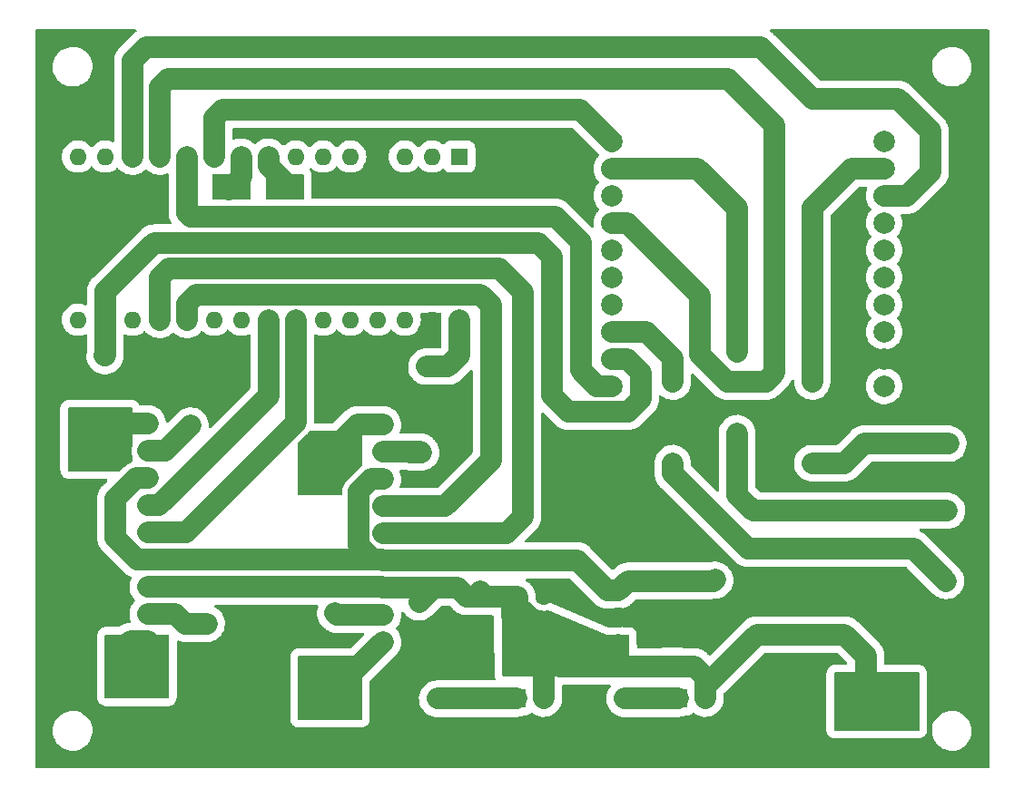
<source format=gbr>
%TF.GenerationSoftware,KiCad,Pcbnew,7.0.2*%
%TF.CreationDate,2024-07-09T15:01:01+09:00*%
%TF.ProjectId,____,4b734b28-2e6b-4696-9361-645f70636258,rev?*%
%TF.SameCoordinates,PX4e33880PY7bfa480*%
%TF.FileFunction,Copper,L2,Bot*%
%TF.FilePolarity,Positive*%
%FSLAX46Y46*%
G04 Gerber Fmt 4.6, Leading zero omitted, Abs format (unit mm)*
G04 Created by KiCad (PCBNEW 7.0.2) date 2024-07-09 15:01:01*
%MOMM*%
%LPD*%
G01*
G04 APERTURE LIST*
%TA.AperFunction,ComponentPad*%
%ADD10C,1.600000*%
%TD*%
%TA.AperFunction,ComponentPad*%
%ADD11O,1.600000X1.600000*%
%TD*%
%TA.AperFunction,ComponentPad*%
%ADD12C,1.524000*%
%TD*%
%TA.AperFunction,ComponentPad*%
%ADD13R,1.600000X1.600000*%
%TD*%
%TA.AperFunction,ComponentPad*%
%ADD14R,1.700000X1.700000*%
%TD*%
%TA.AperFunction,ComponentPad*%
%ADD15O,1.700000X1.700000*%
%TD*%
%TA.AperFunction,ComponentPad*%
%ADD16R,1.800000X1.800000*%
%TD*%
%TA.AperFunction,ComponentPad*%
%ADD17C,1.800000*%
%TD*%
%TA.AperFunction,ComponentPad*%
%ADD18R,2.000000X1.905000*%
%TD*%
%TA.AperFunction,ComponentPad*%
%ADD19O,2.000000X1.905000*%
%TD*%
%TA.AperFunction,ComponentPad*%
%ADD20C,2.000000*%
%TD*%
%TA.AperFunction,ViaPad*%
%ADD21C,0.800000*%
%TD*%
%TA.AperFunction,Conductor*%
%ADD22C,2.000000*%
%TD*%
%TA.AperFunction,Conductor*%
%ADD23C,1.000000*%
%TD*%
G04 APERTURE END LIST*
D10*
%TO.P,R2,1*%
%TO.N,Net-(D2-A)*%
X72981387Y29000000D03*
D11*
%TO.P,R2,2*%
%TO.N,SLEEP*%
X72981387Y36620000D03*
%TD*%
D12*
%TO.P,MD2,1,GND*%
%TO.N,GND*%
X11000000Y35240000D03*
%TO.P,MD2,2,OUT1*%
%TO.N,M2OUT1*%
X11000000Y32700000D03*
%TO.P,MD2,3,CD1*%
%TO.N,Net-(MD2-CD1)*%
X11000000Y30160000D03*
%TO.P,MD2,4,VR*%
%TO.N,+5V*%
X11000000Y27620000D03*
%TO.P,MD2,5,IN1*%
%TO.N,M2IN1*%
X11000000Y25080000D03*
%TO.P,MD2,6,IN2*%
%TO.N,M2IN2*%
X11000000Y22540000D03*
%TO.P,MD2,7,VCC1*%
%TO.N,+5V*%
X11000000Y20000000D03*
%TO.P,MD2,8,VCC2*%
%TO.N,+BATT*%
X11000000Y17460000D03*
%TO.P,MD2,9,CD2*%
%TO.N,Net-(MD2-CD2)*%
X11000000Y14920000D03*
%TO.P,MD2,10,OUT2*%
%TO.N,M2OUT2*%
X11000000Y12380000D03*
%TD*%
D13*
%TO.P,A1,1,TX1*%
%TO.N,unconnected-(A1-TX1-Pad1)*%
X40050000Y57610000D03*
D11*
%TO.P,A1,2,RX1*%
%TO.N,unconnected-(A1-RX1-Pad2)*%
X37510000Y57610000D03*
%TO.P,A1,3,~{RESET}*%
%TO.N,unconnected-(A1-~{RESET}-Pad3)*%
X34970000Y57610000D03*
%TO.P,A1,4,GND*%
%TO.N,GND*%
X32430000Y57610000D03*
%TO.P,A1,5,D2*%
%TO.N,unconnected-(A1-D2-Pad5)*%
X29890000Y57610000D03*
%TO.P,A1,6,D3*%
%TO.N,unconnected-(A1-D3-Pad6)*%
X27350000Y57610000D03*
%TO.P,A1,7,D4*%
%TO.N,unconnected-(A1-D4-Pad7)*%
X24810000Y57610000D03*
%TO.P,A1,8,D5*%
%TO.N,SERVO1*%
X22270000Y57610000D03*
%TO.P,A1,9,D6*%
%TO.N,SERVO2*%
X19730000Y57610000D03*
%TO.P,A1,10,D7*%
%TO.N,BUSY*%
X17190000Y57610000D03*
%TO.P,A1,11,D8*%
%TO.N,RESET*%
X14650000Y57610000D03*
%TO.P,A1,12,D9*%
%TO.N,TX920*%
X12110000Y57610000D03*
%TO.P,A1,13,D10*%
%TO.N,RX920*%
X9570000Y57610000D03*
%TO.P,A1,14,MOSI*%
%TO.N,unconnected-(A1-MOSI-Pad14)*%
X7030000Y57610000D03*
%TO.P,A1,15,MISO*%
%TO.N,unconnected-(A1-MISO-Pad15)*%
X4490000Y57610000D03*
%TO.P,A1,16,SCK*%
%TO.N,unconnected-(A1-SCK-Pad16)*%
X4490000Y42370000D03*
%TO.P,A1,17,3V3*%
%TO.N,+3.3V*%
X7030000Y42370000D03*
%TO.P,A1,18,AREF*%
%TO.N,unconnected-(A1-AREF-Pad18)*%
X9570000Y42370000D03*
%TO.P,A1,19,A0*%
%TO.N,M1IN2*%
X12110000Y42370000D03*
%TO.P,A1,20,A1*%
%TO.N,M1IN1*%
X14650000Y42370000D03*
%TO.P,A1,21,A2*%
%TO.N,unconnected-(A1-A2-Pad21)*%
X17190000Y42370000D03*
%TO.P,A1,22,A3*%
%TO.N,unconnected-(A1-A3-Pad22)*%
X19730000Y42370000D03*
%TO.P,A1,23,SDA/A4*%
%TO.N,M2IN1*%
X22270000Y42370000D03*
%TO.P,A1,24,SCL/A5*%
%TO.N,M2IN2*%
X24810000Y42370000D03*
%TO.P,A1,25,A6*%
%TO.N,unconnected-(A1-A6-Pad25)*%
X27350000Y42370000D03*
%TO.P,A1,26,A7*%
%TO.N,unconnected-(A1-A7-Pad26)*%
X29890000Y42370000D03*
%TO.P,A1,27,+5V*%
%TO.N,unconnected-(A1-+5V-Pad27)*%
X32430000Y42370000D03*
%TO.P,A1,28,~{RESET}*%
%TO.N,unconnected-(A1-~{RESET}-Pad28)*%
X34970000Y42370000D03*
%TO.P,A1,29,GND*%
%TO.N,GND*%
X37510000Y42370000D03*
%TO.P,A1,30,VIN*%
%TO.N,+BATT*%
X40050000Y42370000D03*
%TD*%
D10*
%TO.P,C7,1*%
%TO.N,Net-(MD1-CD1)*%
X36500000Y30000000D03*
%TO.P,C7,2*%
%TO.N,GND*%
X39000000Y30000000D03*
%TD*%
%TO.P,R3,1*%
%TO.N,Net-(D3-A)*%
X65981387Y31800000D03*
D11*
%TO.P,R3,2*%
%TO.N,XMIT*%
X65981387Y39420000D03*
%TD*%
D10*
%TO.P,C3,1*%
%TO.N,+BATT*%
X71664332Y12912610D03*
%TO.P,C3,2*%
%TO.N,GND*%
X71664332Y10412610D03*
%TD*%
%TO.P,C8,1*%
%TO.N,Net-(MD1-CD2)*%
X28500000Y15000000D03*
%TO.P,C8,2*%
%TO.N,GND*%
X26000000Y15000000D03*
%TD*%
%TO.P,C4,1*%
%TO.N,+BATT*%
X45475000Y16500000D03*
%TO.P,C4,2*%
%TO.N,GND*%
X47975000Y16500000D03*
%TD*%
%TO.P,C6,1*%
%TO.N,+5V*%
X63913960Y18101040D03*
%TO.P,C6,2*%
%TO.N,GND*%
X63913960Y15601040D03*
%TD*%
D14*
%TO.P,J3,1,Pin_1*%
%TO.N,SERVO1*%
X60475000Y7000000D03*
D15*
%TO.P,J3,2,Pin_2*%
%TO.N,+BATT*%
X63015000Y7000000D03*
%TO.P,J3,3,Pin_3*%
%TO.N,GND*%
X65555000Y7000000D03*
%TD*%
D10*
%TO.P,C10,1*%
%TO.N,Net-(MD2-CD2)*%
X16500000Y14000000D03*
%TO.P,C10,2*%
%TO.N,GND*%
X19000000Y14000000D03*
%TD*%
%TO.P,C1,1*%
%TO.N,+3.3V*%
X7000000Y39000000D03*
%TO.P,C1,2*%
%TO.N,GND*%
X7000000Y36500000D03*
%TD*%
D14*
%TO.P,J4,1,Pin_1*%
%TO.N,SERVO2*%
X45395000Y7000000D03*
D15*
%TO.P,J4,2,Pin_2*%
%TO.N,+BATT*%
X47935000Y7000000D03*
%TO.P,J4,3,Pin_3*%
%TO.N,GND*%
X50475000Y7000000D03*
%TD*%
D10*
%TO.P,C2,1*%
%TO.N,+3.3V*%
X52588652Y33782080D03*
%TO.P,C2,2*%
%TO.N,GND*%
X52588652Y31282080D03*
%TD*%
%TO.P,R1,1*%
%TO.N,Net-(D1-A)*%
X59981387Y29000000D03*
D11*
%TO.P,R1,2*%
%TO.N,STATUS*%
X59981387Y36620000D03*
%TD*%
D16*
%TO.P,D2,1,K*%
%TO.N,GND*%
X88202161Y30803543D03*
D17*
%TO.P,D2,2,A*%
%TO.N,Net-(D2-A)*%
X85662161Y30803543D03*
%TD*%
D13*
%TO.P,D4,1,K*%
%TO.N,+BATT*%
X59913960Y10291040D03*
D11*
%TO.P,D4,2,A*%
%TO.N,+5V*%
X59913960Y17911040D03*
%TD*%
D10*
%TO.P,C9,1*%
%TO.N,Net-(MD2-CD1)*%
X15000000Y32500000D03*
%TO.P,C9,2*%
%TO.N,GND*%
X15000000Y35000000D03*
%TD*%
D18*
%TO.P,U2,1,VI*%
%TO.N,+BATT*%
X54913960Y12021040D03*
D19*
%TO.P,U2,2,GND*%
%TO.N,GND*%
X54913960Y14561040D03*
%TO.P,U2,3,VO*%
%TO.N,+5V*%
X54913960Y17101040D03*
%TD*%
D16*
%TO.P,D3,1,K*%
%TO.N,GND*%
X88097255Y24542250D03*
D17*
%TO.P,D3,2,A*%
%TO.N,Net-(D3-A)*%
X85557255Y24542250D03*
%TD*%
D20*
%TO.P,U1,1,IO1/RTS/BUSY*%
%TO.N,BUSY*%
X54281387Y59045000D03*
%TO.P,U1,2,IO2*%
%TO.N,unconnected-(U1-IO2-Pad2)*%
X79681387Y59045000D03*
%TO.P,U1,3,IO3*%
%TO.N,XMIT*%
X54281387Y56505000D03*
%TO.P,U1,4,IO4*%
%TO.N,SLEEP*%
X79681387Y56505000D03*
%TO.P,U1,5,IO5*%
%TO.N,unconnected-(U1-IO5-Pad5)*%
X54281387Y53965000D03*
%TO.P,U1,6,IO6/RxD*%
%TO.N,RX920*%
X79681387Y53965000D03*
%TO.P,U1,7,IO7/TxD*%
%TO.N,TX920*%
X54281387Y51425000D03*
%TO.P,U1,8,IO8*%
%TO.N,unconnected-(U1-IO8-Pad8)*%
X79681387Y51425000D03*
%TO.P,U1,9,IO9*%
%TO.N,unconnected-(U1-IO9-Pad9)*%
X54281387Y48885000D03*
%TO.P,U1,10,IO10*%
%TO.N,unconnected-(U1-IO10-Pad10)*%
X79681387Y48885000D03*
%TO.P,U1,11,NC*%
%TO.N,unconnected-(U1-NC-Pad11)*%
X54281387Y46345000D03*
%TO.P,U1,12,NC*%
%TO.N,unconnected-(U1-NC-Pad12)*%
X79681387Y46345000D03*
%TO.P,U1,13,NC*%
%TO.N,unconnected-(U1-NC-Pad13)*%
X54281387Y43805000D03*
%TO.P,U1,14,NC*%
%TO.N,unconnected-(U1-NC-Pad14)*%
X79681387Y43805000D03*
%TO.P,U1,15,STATUS*%
%TO.N,STATUS*%
X54281387Y41265000D03*
%TO.P,U1,16,REG*%
%TO.N,REG*%
X79681387Y41265000D03*
%TO.P,U1,17,VCC*%
%TO.N,+3.3V*%
X54281387Y38725000D03*
%TO.P,U1,18,GND*%
%TO.N,GND*%
X79681387Y38725000D03*
%TO.P,U1,19,RESET*%
%TO.N,RESET*%
X54281387Y36185000D03*
%TO.P,U1,20,TEST*%
%TO.N,unconnected-(U1-TEST-Pad20)*%
X79681387Y36185000D03*
%TD*%
D10*
%TO.P,C5,1*%
%TO.N,+5V*%
X49000000Y20000000D03*
%TO.P,C5,2*%
%TO.N,GND*%
X49000000Y22500000D03*
%TD*%
D16*
%TO.P,D1,1,K*%
%TO.N,GND*%
X88000000Y18000000D03*
D17*
%TO.P,D1,2,A*%
%TO.N,Net-(D1-A)*%
X85460000Y18000000D03*
%TD*%
D12*
%TO.P,MD1,1,GND*%
%TO.N,GND*%
X32944037Y35152145D03*
%TO.P,MD1,2,OUT1*%
%TO.N,M1OUT1*%
X32944037Y32612145D03*
%TO.P,MD1,3,CD1*%
%TO.N,Net-(MD1-CD1)*%
X32944037Y30072145D03*
%TO.P,MD1,4,VR*%
%TO.N,+5V*%
X32944037Y27532145D03*
%TO.P,MD1,5,IN1*%
%TO.N,M1IN1*%
X32944037Y24992145D03*
%TO.P,MD1,6,IN2*%
%TO.N,M1IN2*%
X32944037Y22452145D03*
%TO.P,MD1,7,VCC1*%
%TO.N,+5V*%
X32944037Y19912145D03*
%TO.P,MD1,8,VCC2*%
%TO.N,+BATT*%
X32944037Y17372145D03*
%TO.P,MD1,9,CD2*%
%TO.N,Net-(MD1-CD2)*%
X32944037Y14832145D03*
%TO.P,MD1,10,OUT2*%
%TO.N,M1OUT2*%
X32944037Y12292145D03*
%TD*%
D21*
%TO.N,+BATT*%
X42000000Y17000000D03*
X37000000Y38000000D03*
X36300500Y16000000D03*
%TO.N,GND*%
X39000000Y34000000D03*
X51000000Y24000000D03*
%TO.N,SERVO1*%
X23625396Y54687912D03*
X55475000Y7000000D03*
%TO.N,SERVO2*%
X38000000Y7000000D03*
X18540823Y54687912D03*
%TD*%
D22*
%TO.N,+BATT*%
X39000000Y38000000D02*
X37000000Y38000000D01*
X39872145Y17372145D02*
X40744290Y16500000D01*
X49475000Y10000000D02*
X62000000Y10000000D01*
X78000000Y11000000D02*
X78000000Y8000000D01*
X76000000Y13000000D02*
X78000000Y11000000D01*
X45475000Y16500000D02*
X42500000Y16500000D01*
X40050000Y39050000D02*
X39000000Y38000000D01*
X36300500Y16000000D02*
X37672645Y17372145D01*
X11000000Y17460000D02*
X32856182Y17460000D01*
X42500000Y16500000D02*
X42000000Y17000000D01*
X37672645Y17372145D02*
X39872145Y17372145D01*
X50015000Y10000000D02*
X52892920Y10000000D01*
X45475000Y14540000D02*
X50015000Y10000000D01*
X52892920Y10000000D02*
X54913960Y12021040D01*
X67812919Y13000000D02*
X76000000Y13000000D01*
X63015000Y8985000D02*
X63015000Y7000000D01*
X32856182Y17460000D02*
X32944037Y17372145D01*
X49475000Y12500000D02*
X49475000Y10000000D01*
X40050000Y42370000D02*
X40050000Y39050000D01*
X32944037Y17372145D02*
X39872145Y17372145D01*
X63015000Y7000000D02*
X63015000Y8202081D01*
X40744290Y16500000D02*
X42500000Y16500000D01*
X47935000Y14040000D02*
X47935000Y7000000D01*
X62000000Y10000000D02*
X63015000Y8985000D01*
X45475000Y16500000D02*
X45475000Y14540000D01*
X63015000Y8202081D02*
X67812919Y13000000D01*
%TO.N,+3.3V*%
X7030000Y45030000D02*
X7030000Y42370000D01*
X47422767Y49577233D02*
X11577233Y49577233D01*
X48700000Y35300000D02*
X48700000Y48300000D01*
X55810000Y33810000D02*
X50190000Y33810000D01*
X55695600Y38725000D02*
X56981387Y37439213D01*
X7030000Y42370000D02*
X7030000Y39030000D01*
X7030000Y39030000D02*
X7000000Y39000000D01*
X50190000Y33810000D02*
X48700000Y35300000D01*
X11577233Y49577233D02*
X7030000Y45030000D01*
X54281387Y38725000D02*
X55695600Y38725000D01*
X48700000Y48300000D02*
X47422767Y49577233D01*
X56981387Y34981387D02*
X55810000Y33810000D01*
X56981387Y37439213D02*
X56981387Y34981387D01*
%TO.N,Net-(D1-A)*%
X82460000Y21000000D02*
X85460000Y18000000D01*
X67000000Y21000000D02*
X82460000Y21000000D01*
X59981387Y28018613D02*
X67000000Y21000000D01*
X59981387Y29000000D02*
X59981387Y28018613D01*
%TO.N,Net-(D2-A)*%
X76000000Y29000000D02*
X77803543Y30803543D01*
X77803543Y30803543D02*
X85662161Y30803543D01*
X72981387Y29000000D02*
X76000000Y29000000D01*
%TO.N,Net-(D3-A)*%
X66981387Y25000000D02*
X67000000Y25000000D01*
X67000000Y25000000D02*
X67457750Y24542250D01*
X67457750Y24542250D02*
X85557255Y24542250D01*
X65981387Y26000000D02*
X66981387Y25000000D01*
X65981387Y31800000D02*
X65981387Y26000000D01*
%TO.N,M1OUT1*%
X32944037Y32612145D02*
X30612145Y32612145D01*
X30612145Y32612145D02*
X29000000Y31000000D01*
%TO.N,BUSY*%
X51326387Y62000000D02*
X18000000Y62000000D01*
X54281387Y59045000D02*
X51326387Y62000000D01*
X18000000Y62000000D02*
X17190000Y61190000D01*
X17190000Y61190000D02*
X17190000Y57610000D01*
%TO.N,XMIT*%
X62286387Y56505000D02*
X65981387Y52810000D01*
X65981387Y52810000D02*
X65981387Y39420000D01*
X54281387Y56505000D02*
X62286387Y56505000D01*
%TO.N,SLEEP*%
X72981387Y52810000D02*
X76676387Y56505000D01*
X76676387Y56505000D02*
X79681387Y56505000D01*
X72981387Y52810000D02*
X72981387Y36620000D01*
%TO.N,RX920*%
X68174021Y67825979D02*
X73000000Y63000000D01*
X73000000Y63000000D02*
X81000000Y63000000D01*
X9570000Y66570000D02*
X10825979Y67825979D01*
X10825979Y67825979D02*
X68174021Y67825979D01*
X84000000Y60000000D02*
X84000000Y56138613D01*
X84000000Y56138613D02*
X81826387Y53965000D01*
X9570000Y57610000D02*
X9570000Y66570000D01*
X81826387Y53965000D02*
X79681387Y53965000D01*
X81000000Y63000000D02*
X84000000Y60000000D01*
%TO.N,TX920*%
X62481387Y39163671D02*
X62481387Y44639213D01*
X68681387Y36620000D02*
X65025058Y36620000D01*
X69481387Y60518613D02*
X69481387Y37420000D01*
X65100000Y64900000D02*
X69481387Y60518613D01*
X12900000Y64900000D02*
X65100000Y64900000D01*
X55695600Y51425000D02*
X54281387Y51425000D01*
X12110000Y57610000D02*
X12110000Y64110000D01*
X62481387Y44639213D02*
X55695600Y51425000D01*
X65025058Y36620000D02*
X62481387Y39163671D01*
X12110000Y64110000D02*
X12900000Y64900000D01*
X69481387Y37420000D02*
X68681387Y36620000D01*
%TO.N,STATUS*%
X59981387Y38810000D02*
X59981387Y36620000D01*
X54281387Y41265000D02*
X57526387Y41265000D01*
X57526387Y41265000D02*
X59981387Y38810000D01*
D23*
%TO.N,GND*%
X53062700Y14561040D02*
X54913960Y14561040D01*
X51123740Y16500000D02*
X53062700Y14561040D01*
X47975000Y16500000D02*
X51123740Y16500000D01*
D22*
%TO.N,RESET*%
X52867174Y36185000D02*
X54281387Y36185000D01*
X51392551Y49607449D02*
X51392551Y37659623D01*
X14650000Y57610000D02*
X14650000Y52350000D01*
X51392551Y37659623D02*
X52867174Y36185000D01*
X49000000Y52000000D02*
X51392551Y49607449D01*
X14650000Y52350000D02*
X15000000Y52000000D01*
X15000000Y52000000D02*
X49000000Y52000000D01*
%TO.N,M1IN1*%
X15500000Y44700000D02*
X14650000Y43850000D01*
X32944037Y24992145D02*
X32951892Y25000000D01*
X38747308Y25000000D02*
X43000000Y29252692D01*
X42047308Y44700000D02*
X15500000Y44700000D01*
X43000000Y43747308D02*
X42047308Y44700000D01*
X14650000Y43850000D02*
X14650000Y42370000D01*
X43000000Y29252692D02*
X43000000Y43747308D01*
X32951892Y25000000D02*
X38747308Y25000000D01*
%TO.N,M1IN2*%
X46000000Y45000000D02*
X43824674Y47175326D01*
X44452145Y22452145D02*
X46000000Y24000000D01*
X43824674Y47175326D02*
X13000000Y47175326D01*
X32944037Y22452145D02*
X44452145Y22452145D01*
X46000000Y24000000D02*
X46000000Y45000000D01*
X12110000Y46285326D02*
X12110000Y42370000D01*
X13000000Y47175326D02*
X12110000Y46285326D01*
%TO.N,+5V*%
X54913960Y17101040D02*
X53898960Y17101040D01*
X32944037Y27532145D02*
X31866407Y27532145D01*
X30644037Y21355963D02*
X32000000Y20000000D01*
X10000000Y20000000D02*
X11000000Y20000000D01*
X30644037Y26309775D02*
X30644037Y21355963D01*
X8000000Y22000000D02*
X10000000Y20000000D01*
X53898960Y17101040D02*
X51087855Y19912145D01*
X11000000Y27620000D02*
X9922370Y27620000D01*
X31866407Y27532145D02*
X30644037Y26309775D01*
X51087855Y19912145D02*
X32944037Y19912145D01*
X63913960Y18101040D02*
X63812920Y18000000D01*
X59825000Y18000000D02*
X55812920Y18000000D01*
X11000000Y20000000D02*
X32000000Y20000000D01*
X55812920Y18000000D02*
X54913960Y17101040D01*
X9922370Y27620000D02*
X8000000Y25697630D01*
X32856182Y20000000D02*
X32944037Y19912145D01*
X63812920Y18000000D02*
X60002920Y18000000D01*
X32000000Y20000000D02*
X32856182Y20000000D01*
X8000000Y25697630D02*
X8000000Y22000000D01*
%TO.N,M1OUT2*%
X28000000Y7000000D02*
X28000000Y7348108D01*
X32944037Y12292145D02*
X28000000Y7348108D01*
%TO.N,M2OUT1*%
X8700000Y32700000D02*
X8000000Y32000000D01*
X11000000Y32700000D02*
X8700000Y32700000D01*
%TO.N,M2IN1*%
X11000000Y25080000D02*
X12077630Y25080000D01*
X22270000Y35272370D02*
X22270000Y42370000D01*
X12077630Y25080000D02*
X22270000Y35272370D01*
%TO.N,M2IN2*%
X14540000Y22540000D02*
X24810000Y32810000D01*
X24810000Y32810000D02*
X24810000Y42370000D01*
X11000000Y22540000D02*
X14540000Y22540000D01*
%TO.N,M2OUT2*%
X9380000Y12380000D02*
X8000000Y11000000D01*
X11000000Y12380000D02*
X9380000Y12380000D01*
%TO.N,SERVO1*%
X23625396Y55374604D02*
X23625396Y54687912D01*
X23625396Y54687912D02*
X24312088Y54687912D01*
X22270000Y57610000D02*
X22270000Y56730000D01*
X24312088Y54687912D02*
X24000000Y55000000D01*
X60475000Y7000000D02*
X55475000Y7000000D01*
X22270000Y56730000D02*
X23625396Y55374604D01*
%TO.N,SERVO2*%
X19730000Y57610000D02*
X19730000Y55730000D01*
X19730000Y55730000D02*
X18687912Y54687912D01*
X18540823Y54540823D02*
X19000000Y55000000D01*
X45395000Y7000000D02*
X38000000Y7000000D01*
X18540823Y54687912D02*
X18540823Y54540823D01*
X18687912Y54687912D02*
X18540823Y54687912D01*
%TO.N,Net-(MD1-CD1)*%
X32944037Y30072145D02*
X36427855Y30072145D01*
X36427855Y30072145D02*
X36500000Y30000000D01*
X36500000Y30000000D02*
X35500000Y30000000D01*
%TO.N,Net-(MD1-CD2)*%
X32944037Y14832145D02*
X28667855Y14832145D01*
X28667855Y14832145D02*
X28500000Y15000000D01*
%TO.N,Net-(MD2-CD1)*%
X11000000Y30160000D02*
X12660000Y30160000D01*
X12660000Y30160000D02*
X15000000Y32500000D01*
%TO.N,Net-(MD2-CD2)*%
X13580000Y14920000D02*
X14500000Y14000000D01*
X11000000Y14920000D02*
X13580000Y14920000D01*
X16500000Y14000000D02*
X14500000Y14000000D01*
%TD*%
%TA.AperFunction,Conductor*%
%TO.N,M1OUT2*%
G36*
X30943039Y10980315D02*
G01*
X30988794Y10927511D01*
X31000000Y10876000D01*
X31000000Y5124000D01*
X30980315Y5056961D01*
X30927511Y5011206D01*
X30876000Y5000000D01*
X25124000Y5000000D01*
X25056961Y5019685D01*
X25011206Y5072489D01*
X25000000Y5124000D01*
X25000000Y10876000D01*
X25019685Y10943039D01*
X25072489Y10988794D01*
X25124000Y11000000D01*
X30876000Y11000000D01*
X30943039Y10980315D01*
G37*
%TD.AperFunction*%
%TD*%
%TA.AperFunction,Conductor*%
%TO.N,+BATT*%
G36*
X44102203Y17022607D02*
G01*
X46781107Y15906397D01*
X46835417Y15862444D01*
X46842707Y15849729D01*
X46974953Y15660860D01*
X47135859Y15499954D01*
X47322264Y15369433D01*
X47322265Y15369433D01*
X47322266Y15369432D01*
X47528504Y15273261D01*
X47748308Y15214365D01*
X47899435Y15201144D01*
X47974999Y15194532D01*
X47974999Y15194533D01*
X47975000Y15194532D01*
X48201692Y15214365D01*
X48307141Y15242620D01*
X48376989Y15240957D01*
X48386911Y15237313D01*
X55837654Y12132836D01*
X55891964Y12088883D01*
X55913890Y12022543D01*
X55913960Y12018376D01*
X55913960Y9225040D01*
X55894275Y9158001D01*
X55841471Y9112246D01*
X55789960Y9101040D01*
X44170633Y9101040D01*
X44103594Y9120725D01*
X44057839Y9173529D01*
X44046647Y9223166D01*
X44003337Y12088883D01*
X43930532Y16906270D01*
X43949201Y16973598D01*
X44001308Y17020146D01*
X44070308Y17031134D01*
X44102203Y17022607D01*
G37*
%TD.AperFunction*%
%TD*%
%TA.AperFunction,Conductor*%
%TO.N,+BATT*%
G36*
X82943039Y9436592D02*
G01*
X82988794Y9383788D01*
X83000000Y9332277D01*
X83000000Y4124000D01*
X82980315Y4056961D01*
X82927511Y4011206D01*
X82876000Y4000000D01*
X75124000Y4000000D01*
X75056961Y4019685D01*
X75011206Y4072489D01*
X75000000Y4124000D01*
X75000000Y9332277D01*
X75019685Y9399316D01*
X75072489Y9445071D01*
X75124000Y9456277D01*
X82876000Y9456277D01*
X82943039Y9436592D01*
G37*
%TD.AperFunction*%
%TD*%
%TA.AperFunction,Conductor*%
%TO.N,GND*%
G36*
X9920894Y69479815D02*
G01*
X9966649Y69427011D01*
X9976593Y69357853D01*
X9947568Y69294297D01*
X9927123Y69275461D01*
X9891732Y69249541D01*
X9881831Y69242994D01*
X9844773Y69220964D01*
X9784500Y69171257D01*
X9778877Y69166886D01*
X9715864Y69120734D01*
X9685367Y69090238D01*
X9676584Y69082259D01*
X9643326Y69054831D01*
X9591353Y68996514D01*
X9586463Y68991335D01*
X8454196Y67859068D01*
X8441694Y67848138D01*
X8435284Y67843252D01*
X8356041Y67760912D01*
X8323161Y67728032D01*
X8323149Y67728020D01*
X8321478Y67726348D01*
X8319930Y67724543D01*
X8319921Y67724533D01*
X8313187Y67716680D01*
X8308406Y67711418D01*
X8254223Y67655117D01*
X8229413Y67619846D01*
X8222131Y67610480D01*
X8194066Y67577746D01*
X8152863Y67511369D01*
X8148935Y67505429D01*
X8104000Y67441545D01*
X8084866Y67402901D01*
X8079097Y67392531D01*
X8056365Y67355910D01*
X8025781Y67284030D01*
X8022805Y67277560D01*
X7988140Y67207548D01*
X7975132Y67166442D01*
X7971012Y67155306D01*
X7954134Y67115640D01*
X7934877Y67039919D01*
X7932924Y67033071D01*
X7909358Y66958603D01*
X7902778Y66916006D01*
X7900408Y66904380D01*
X7889779Y66862580D01*
X7882308Y66784826D01*
X7881424Y66777760D01*
X7869500Y66700556D01*
X7869500Y66657442D01*
X7868932Y66645585D01*
X7864808Y66602666D01*
X7869295Y66524693D01*
X7869500Y66517571D01*
X7869500Y59069919D01*
X7849815Y59002880D01*
X7797011Y58957125D01*
X7727853Y58947181D01*
X7686483Y58960864D01*
X7634808Y58988829D01*
X7399615Y59069571D01*
X7154335Y59110500D01*
X6905665Y59110500D01*
X6660384Y59069571D01*
X6425194Y58988830D01*
X6425190Y58988829D01*
X6425190Y58988828D01*
X6382032Y58965472D01*
X6206485Y58870471D01*
X6010255Y58717739D01*
X5851228Y58544990D01*
X5791341Y58508999D01*
X5721503Y58511100D01*
X5668770Y58544989D01*
X5509744Y58717738D01*
X5477652Y58742716D01*
X5313514Y58870471D01*
X5313510Y58870474D01*
X5313509Y58870474D01*
X5094810Y58988828D01*
X5094806Y58988830D01*
X5094805Y58988830D01*
X4859615Y59069571D01*
X4614335Y59110500D01*
X4365665Y59110500D01*
X4120384Y59069571D01*
X3885194Y58988830D01*
X3885190Y58988829D01*
X3885190Y58988828D01*
X3842032Y58965472D01*
X3666485Y58870471D01*
X3470259Y58717741D01*
X3470256Y58717739D01*
X3470256Y58717738D01*
X3304054Y58537194D01*
X3301837Y58534786D01*
X3165825Y58326605D01*
X3080035Y58131022D01*
X3065937Y58098881D01*
X3045617Y58018638D01*
X3004891Y57857817D01*
X2984356Y57610000D01*
X3004891Y57362184D01*
X3004891Y57362181D01*
X3004892Y57362179D01*
X3065937Y57121119D01*
X3097674Y57048766D01*
X3165825Y56893396D01*
X3165827Y56893393D01*
X3301836Y56685215D01*
X3470256Y56502262D01*
X3515680Y56466907D01*
X3666485Y56349530D01*
X3666487Y56349529D01*
X3666491Y56349526D01*
X3885190Y56231172D01*
X4120386Y56150429D01*
X4365665Y56109500D01*
X4614335Y56109500D01*
X4859614Y56150429D01*
X5094810Y56231172D01*
X5313509Y56349526D01*
X5509744Y56502262D01*
X5668771Y56675012D01*
X5728657Y56711001D01*
X5798495Y56708901D01*
X5851228Y56675012D01*
X6010256Y56502262D01*
X6055680Y56466907D01*
X6206485Y56349530D01*
X6206487Y56349529D01*
X6206491Y56349526D01*
X6425190Y56231172D01*
X6660386Y56150429D01*
X6905665Y56109500D01*
X7154335Y56109500D01*
X7399614Y56150429D01*
X7634810Y56231172D01*
X7853509Y56349526D01*
X8049744Y56502262D01*
X8074494Y56529149D01*
X8134378Y56565140D01*
X8204216Y56563041D01*
X8261389Y56524061D01*
X8341148Y56427347D01*
X8536082Y56253623D01*
X8755247Y56111694D01*
X8993509Y56004882D01*
X9245283Y55935694D01*
X9245287Y55935693D01*
X9504675Y55905748D01*
X9765593Y55915749D01*
X10021927Y55965462D01*
X10267668Y56053721D01*
X10497057Y56178459D01*
X10517178Y56193796D01*
X10704715Y56336749D01*
X10750355Y56384173D01*
X10811024Y56418828D01*
X10880799Y56415180D01*
X10922201Y56390762D01*
X10968469Y56349528D01*
X11076082Y56253623D01*
X11295247Y56111694D01*
X11533509Y56004882D01*
X11785283Y55935694D01*
X11785287Y55935693D01*
X12044675Y55905748D01*
X12305593Y55915749D01*
X12561927Y55965462D01*
X12783586Y56045073D01*
X12853333Y56049207D01*
X12914244Y56014977D01*
X12946979Y55953250D01*
X12949500Y55928371D01*
X12949500Y52472513D01*
X12948387Y52455935D01*
X12947310Y52447956D01*
X12949399Y52338979D01*
X12949500Y52333711D01*
X12949500Y52284823D01*
X12949681Y52282460D01*
X12949682Y52282445D01*
X12950475Y52272119D01*
X12950816Y52265005D01*
X12952312Y52186895D01*
X12959708Y52144419D01*
X12961182Y52132647D01*
X12964484Y52089654D01*
X12982279Y52013609D01*
X12983703Y52006629D01*
X12997107Y51929654D01*
X13010899Y51888810D01*
X13014154Y51877396D01*
X13023979Y51835414D01*
X13053181Y51762957D01*
X13055653Y51756277D01*
X13080644Y51682268D01*
X13100509Y51644009D01*
X13105470Y51633221D01*
X13121586Y51593234D01*
X13161505Y51526086D01*
X13164967Y51519862D01*
X13196634Y51458875D01*
X13210057Y51390307D01*
X13184279Y51325367D01*
X13127484Y51284672D01*
X13086585Y51277733D01*
X11699746Y51277733D01*
X11683169Y51278846D01*
X11680290Y51279235D01*
X11675187Y51279923D01*
X11562908Y51277771D01*
X11560944Y51277733D01*
X11512056Y51277733D01*
X11509696Y51277552D01*
X11509673Y51277551D01*
X11499348Y51276758D01*
X11492236Y51276417D01*
X11414128Y51274921D01*
X11371651Y51267525D01*
X11359879Y51266051D01*
X11322126Y51263152D01*
X11316889Y51262749D01*
X11289943Y51256444D01*
X11240842Y51244954D01*
X11233864Y51243532D01*
X11156892Y51230128D01*
X11116046Y51216335D01*
X11104633Y51213080D01*
X11062645Y51203254D01*
X10990184Y51174050D01*
X10983522Y51171585D01*
X10911069Y51147119D01*
X10909501Y51146589D01*
X10871236Y51126722D01*
X10860454Y51121764D01*
X10820464Y51105647D01*
X10753310Y51065724D01*
X10747088Y51062263D01*
X10677768Y51026270D01*
X10642986Y51000795D01*
X10633085Y50994248D01*
X10596027Y50972218D01*
X10535754Y50922511D01*
X10530131Y50918140D01*
X10467118Y50871988D01*
X10436621Y50841492D01*
X10427838Y50833513D01*
X10394580Y50806085D01*
X10342607Y50747768D01*
X10337717Y50742589D01*
X5914196Y46319068D01*
X5901694Y46308138D01*
X5895284Y46303252D01*
X5816041Y46220912D01*
X5783161Y46188032D01*
X5783149Y46188020D01*
X5781478Y46186348D01*
X5779930Y46184543D01*
X5779921Y46184533D01*
X5773187Y46176680D01*
X5768406Y46171418D01*
X5714223Y46115117D01*
X5689413Y46079846D01*
X5682131Y46070480D01*
X5654066Y46037746D01*
X5612863Y45971369D01*
X5608935Y45965429D01*
X5564000Y45901545D01*
X5544866Y45862901D01*
X5539097Y45852531D01*
X5516365Y45815910D01*
X5485781Y45744030D01*
X5482805Y45737560D01*
X5448140Y45667548D01*
X5435132Y45626442D01*
X5431012Y45615306D01*
X5414134Y45575640D01*
X5394877Y45499919D01*
X5392924Y45493071D01*
X5369358Y45418603D01*
X5362778Y45376006D01*
X5360408Y45364380D01*
X5349779Y45322580D01*
X5342308Y45244826D01*
X5341424Y45237760D01*
X5329500Y45160556D01*
X5329500Y45117442D01*
X5328932Y45105585D01*
X5324808Y45062666D01*
X5329295Y44984693D01*
X5329500Y44977571D01*
X5329500Y43829919D01*
X5309815Y43762880D01*
X5257011Y43717125D01*
X5187853Y43707181D01*
X5146483Y43720864D01*
X5094808Y43748829D01*
X4859615Y43829571D01*
X4614335Y43870500D01*
X4365665Y43870500D01*
X4120384Y43829571D01*
X3885194Y43748830D01*
X3666485Y43630471D01*
X3470259Y43477741D01*
X3301837Y43294786D01*
X3165825Y43086605D01*
X3075780Y42881322D01*
X3065937Y42858881D01*
X3053715Y42810617D01*
X3004891Y42617817D01*
X2984356Y42370001D01*
X3004891Y42122184D01*
X3004891Y42122181D01*
X3004892Y42122179D01*
X3065937Y41881119D01*
X3110960Y41778477D01*
X3165825Y41653396D01*
X3165827Y41653393D01*
X3301836Y41445215D01*
X3470256Y41262262D01*
X3535667Y41211350D01*
X3666485Y41109530D01*
X3666487Y41109529D01*
X3666491Y41109526D01*
X3885190Y40991172D01*
X4120386Y40910429D01*
X4365665Y40869500D01*
X4614335Y40869500D01*
X4859614Y40910429D01*
X5094810Y40991172D01*
X5146482Y41019136D01*
X5214811Y41033731D01*
X5280183Y41009068D01*
X5321844Y40952978D01*
X5329500Y40910081D01*
X5329500Y39346324D01*
X5325675Y39315764D01*
X5319780Y39292582D01*
X5294929Y39033918D01*
X5294809Y39032664D01*
X5309805Y38771991D01*
X5357618Y38548456D01*
X5364420Y38516655D01*
X5376722Y38484362D01*
X5439618Y38319251D01*
X5457371Y38272649D01*
X5586479Y38045693D01*
X5748720Y37841104D01*
X5940289Y37663678D01*
X6156697Y37517575D01*
X6392870Y37406219D01*
X6643276Y37332219D01*
X6902042Y37297311D01*
X6902043Y37297312D01*
X6902044Y37297311D01*
X7006466Y37299312D01*
X7163104Y37302313D01*
X7420343Y37347107D01*
X7667729Y37430643D01*
X7899465Y37550964D01*
X8110119Y37705249D01*
X8145802Y37740933D01*
X8158317Y37751873D01*
X8164716Y37756750D01*
X8243959Y37839090D01*
X8278522Y37873652D01*
X8286845Y37883361D01*
X8291583Y37888576D01*
X8345778Y37944886D01*
X8370585Y37980156D01*
X8377862Y37989516D01*
X8405931Y38022251D01*
X8447147Y38088651D01*
X8451049Y38094551D01*
X8495999Y38158456D01*
X8515133Y38197104D01*
X8520897Y38207464D01*
X8543637Y38244096D01*
X8574230Y38315999D01*
X8577195Y38322445D01*
X8578320Y38324717D01*
X8611859Y38392453D01*
X8624868Y38433560D01*
X8628988Y38444695D01*
X8631824Y38451361D01*
X8645866Y38484362D01*
X8665122Y38560085D01*
X8667073Y38566925D01*
X8670100Y38576489D01*
X8690641Y38641395D01*
X8697225Y38684031D01*
X8699586Y38695606D01*
X8710220Y38737417D01*
X8717691Y38815184D01*
X8718575Y38822245D01*
X8730500Y38899448D01*
X8730500Y38942559D01*
X8731068Y38954417D01*
X8735191Y38997335D01*
X8730705Y39075308D01*
X8730500Y39082430D01*
X8730500Y40910081D01*
X8750185Y40977120D01*
X8802989Y41022875D01*
X8872147Y41032819D01*
X8913517Y41019136D01*
X8965190Y40991172D01*
X9200386Y40910429D01*
X9445665Y40869500D01*
X9694335Y40869500D01*
X9939614Y40910429D01*
X10174810Y40991172D01*
X10393509Y41109526D01*
X10589744Y41262262D01*
X10614494Y41289149D01*
X10674378Y41325140D01*
X10744216Y41323041D01*
X10801389Y41284061D01*
X10881148Y41187347D01*
X11076082Y41013623D01*
X11295247Y40871694D01*
X11533509Y40764882D01*
X11785283Y40695694D01*
X11785287Y40695693D01*
X12044675Y40665748D01*
X12305593Y40675749D01*
X12561927Y40725462D01*
X12807668Y40813721D01*
X13037057Y40938459D01*
X13056105Y40952978D01*
X13244715Y41096749D01*
X13290355Y41144173D01*
X13351024Y41178828D01*
X13420799Y41175180D01*
X13462201Y41150762D01*
X13508471Y41109526D01*
X13616082Y41013623D01*
X13835247Y40871694D01*
X14073509Y40764882D01*
X14325283Y40695694D01*
X14325287Y40695693D01*
X14584675Y40665748D01*
X14845593Y40675749D01*
X15101927Y40725462D01*
X15347668Y40813721D01*
X15577057Y40938459D01*
X15784716Y41096750D01*
X15965778Y41284886D01*
X15965780Y41284889D01*
X15968292Y41287499D01*
X16028962Y41322153D01*
X16098737Y41318505D01*
X16148865Y41285498D01*
X16170256Y41262262D01*
X16235667Y41211350D01*
X16366485Y41109530D01*
X16366487Y41109529D01*
X16366491Y41109526D01*
X16585190Y40991172D01*
X16820386Y40910429D01*
X17065665Y40869500D01*
X17314335Y40869500D01*
X17559614Y40910429D01*
X17794810Y40991172D01*
X18013509Y41109526D01*
X18209744Y41262262D01*
X18368771Y41435012D01*
X18428657Y41471001D01*
X18498495Y41468901D01*
X18551228Y41435012D01*
X18710256Y41262262D01*
X18775667Y41211350D01*
X18906485Y41109530D01*
X18906487Y41109529D01*
X18906491Y41109526D01*
X19125190Y40991172D01*
X19360386Y40910429D01*
X19605665Y40869500D01*
X19854335Y40869500D01*
X20099614Y40910429D01*
X20334810Y40991172D01*
X20386482Y41019136D01*
X20454811Y41033731D01*
X20520183Y41009068D01*
X20561844Y40952978D01*
X20569500Y40910081D01*
X20569500Y36028103D01*
X20549815Y35961064D01*
X20533181Y35940422D01*
X16911600Y32318842D01*
X16850277Y32285357D01*
X16780585Y32290341D01*
X16724652Y32332213D01*
X16700235Y32397677D01*
X16700486Y32418368D01*
X16705191Y32467332D01*
X16690194Y32728010D01*
X16635580Y32983345D01*
X16542629Y33227351D01*
X16413521Y33454307D01*
X16397661Y33474307D01*
X16251282Y33658895D01*
X16225309Y33682950D01*
X16073701Y33823365D01*
X16059710Y33836323D01*
X15843302Y33982427D01*
X15607131Y34093781D01*
X15356725Y34167781D01*
X15097956Y34202690D01*
X14836898Y34197688D01*
X14579657Y34152894D01*
X14332269Y34069357D01*
X14100533Y33949036D01*
X13889880Y33794752D01*
X12905912Y32810784D01*
X12844589Y32777299D01*
X12774897Y32782283D01*
X12718964Y32824155D01*
X12694547Y32889619D01*
X12694324Y32893679D01*
X12694251Y32895593D01*
X12644538Y33151927D01*
X12556279Y33397668D01*
X12431541Y33627057D01*
X12431539Y33627061D01*
X12273250Y33834716D01*
X12085112Y34015780D01*
X11871546Y34165998D01*
X11637546Y34281860D01*
X11388608Y34360641D01*
X11231246Y34384947D01*
X11130555Y34400500D01*
X11130553Y34400500D01*
X10286875Y34400500D01*
X10219836Y34420185D01*
X10182855Y34462863D01*
X10181561Y34461990D01*
X10174373Y34472652D01*
X10174081Y34472989D01*
X10173979Y34473237D01*
X10139749Y34524011D01*
X10078073Y34615498D01*
X10032318Y34668302D01*
X9989718Y34713309D01*
X9989717Y34713310D01*
X9989715Y34713312D01*
X9854126Y34815980D01*
X9701358Y34881733D01*
X9701340Y34881740D01*
X9697905Y34883218D01*
X9694309Y34884274D01*
X9694306Y34884275D01*
X9630866Y34902903D01*
X9629543Y34903268D01*
X9600947Y34910980D01*
X9435818Y34931031D01*
X9435806Y34931032D01*
X9432098Y34931482D01*
X3680098Y34931482D01*
X3676804Y34931128D01*
X3676788Y34931127D01*
X3533437Y34915714D01*
X3533434Y34915714D01*
X3530127Y34915358D01*
X3526892Y34914655D01*
X3526878Y34914652D01*
X3478616Y34904152D01*
X3471182Y34902471D01*
X3471176Y34902470D01*
X3467284Y34901589D01*
X3463536Y34900215D01*
X3463531Y34900213D01*
X3307607Y34843030D01*
X3169688Y34750051D01*
X3166582Y34747957D01*
X3163757Y34745510D01*
X3163749Y34745503D01*
X3114804Y34703092D01*
X3114779Y34703070D01*
X3113778Y34702202D01*
X3112811Y34701287D01*
X3112808Y34701284D01*
X3068768Y34659600D01*
X2966100Y34524011D01*
X2900347Y34371243D01*
X2900338Y34371220D01*
X2898862Y34367789D01*
X2897807Y34364199D01*
X2897805Y34364191D01*
X2879177Y34300750D01*
X2878812Y34299427D01*
X2871100Y34270832D01*
X2851049Y34105703D01*
X2851048Y34105690D01*
X2850598Y34101982D01*
X2850598Y28349982D01*
X2850952Y28346688D01*
X2850953Y28346673D01*
X2858608Y28275478D01*
X2866722Y28200011D01*
X2867426Y28196774D01*
X2867428Y28196763D01*
X2877457Y28150665D01*
X2877928Y28148500D01*
X2880491Y28137168D01*
X2881866Y28133417D01*
X2881867Y28133416D01*
X2936635Y27984076D01*
X2939051Y27977490D01*
X3034123Y27836466D01*
X3079878Y27783662D01*
X3091723Y27771148D01*
X3122480Y27738653D01*
X3258069Y27635985D01*
X3410837Y27570232D01*
X3410845Y27570229D01*
X3414291Y27568746D01*
X3474849Y27550964D01*
X3481330Y27549061D01*
X3482653Y27548696D01*
X3511248Y27540985D01*
X3511258Y27540984D01*
X3511261Y27540983D01*
X3680098Y27520482D01*
X7118620Y27520482D01*
X7185659Y27500797D01*
X7231414Y27447993D01*
X7241358Y27378835D01*
X7212333Y27315279D01*
X7206319Y27308821D01*
X6934905Y27037406D01*
X6884197Y26986698D01*
X6871696Y26975770D01*
X6865285Y26970883D01*
X6786042Y26888543D01*
X6753161Y26855662D01*
X6753149Y26855650D01*
X6751478Y26853978D01*
X6749930Y26852173D01*
X6749921Y26852163D01*
X6743187Y26844310D01*
X6738406Y26839048D01*
X6684223Y26782747D01*
X6659413Y26747476D01*
X6652131Y26738110D01*
X6624066Y26705376D01*
X6582863Y26638999D01*
X6578935Y26633059D01*
X6534000Y26569175D01*
X6514866Y26530531D01*
X6509097Y26520161D01*
X6486365Y26483540D01*
X6455781Y26411660D01*
X6452805Y26405190D01*
X6418140Y26335178D01*
X6405132Y26294072D01*
X6401013Y26282940D01*
X6397718Y26275197D01*
X6384134Y26243270D01*
X6364877Y26167549D01*
X6362924Y26160701D01*
X6339358Y26086233D01*
X6332778Y26043636D01*
X6330408Y26032010D01*
X6319779Y25990210D01*
X6312308Y25912456D01*
X6311424Y25905390D01*
X6299500Y25828186D01*
X6299500Y25785072D01*
X6298932Y25773215D01*
X6294808Y25730296D01*
X6299295Y25652323D01*
X6299500Y25645201D01*
X6299500Y22122513D01*
X6298387Y22105935D01*
X6297310Y22097956D01*
X6299460Y21985782D01*
X6299500Y21983711D01*
X6299500Y21934823D01*
X6299681Y21932460D01*
X6299682Y21932445D01*
X6300475Y21922119D01*
X6300816Y21915005D01*
X6302312Y21836895D01*
X6309708Y21794419D01*
X6311182Y21782647D01*
X6314484Y21739654D01*
X6332279Y21663609D01*
X6333703Y21656629D01*
X6347107Y21579654D01*
X6360899Y21538810D01*
X6364154Y21527396D01*
X6373979Y21485414D01*
X6403181Y21412957D01*
X6405649Y21406287D01*
X6407803Y21399910D01*
X6430644Y21332268D01*
X6450509Y21294009D01*
X6455470Y21283221D01*
X6471586Y21243234D01*
X6511505Y21176086D01*
X6514967Y21169862D01*
X6535146Y21130999D01*
X6550964Y21100535D01*
X6576440Y21065751D01*
X6582980Y21055859D01*
X6605017Y21018793D01*
X6654721Y20958522D01*
X6659094Y20952898D01*
X6705248Y20889881D01*
X6735731Y20859399D01*
X6743716Y20850611D01*
X6771148Y20817348D01*
X6829465Y20765376D01*
X6834646Y20760484D01*
X8710934Y18884196D01*
X8721869Y18871687D01*
X8726750Y18865284D01*
X8809089Y18786041D01*
X8843652Y18751478D01*
X8845459Y18749929D01*
X8845463Y18749925D01*
X8853329Y18743180D01*
X8858599Y18738392D01*
X8906347Y18692440D01*
X8914886Y18684222D01*
X8950162Y18659410D01*
X8959514Y18652138D01*
X8992251Y18624069D01*
X9058635Y18582863D01*
X9064551Y18578950D01*
X9128456Y18534001D01*
X9145837Y18525396D01*
X9167095Y18514869D01*
X9177456Y18509106D01*
X9214097Y18486362D01*
X9253841Y18469452D01*
X9285983Y18455776D01*
X9292458Y18452799D01*
X9362453Y18418141D01*
X9403556Y18405134D01*
X9414683Y18401018D01*
X9418990Y18399185D01*
X9472969Y18354821D01*
X9494394Y18288318D01*
X9483587Y18234362D01*
X9394880Y18036485D01*
X9325693Y17784717D01*
X9295747Y17525325D01*
X9305036Y17282987D01*
X9305749Y17264407D01*
X9354198Y17014589D01*
X9355463Y17008070D01*
X9443719Y16762336D01*
X9443720Y16762333D01*
X9443721Y16762332D01*
X9458671Y16734839D01*
X9568460Y16532940D01*
X9726746Y16325288D01*
X9726749Y16325285D01*
X9726750Y16325284D01*
X9774174Y16279643D01*
X9808827Y16218973D01*
X9805179Y16149199D01*
X9780761Y16107799D01*
X9643622Y15953918D01*
X9501693Y15734753D01*
X9394881Y15496491D01*
X9325693Y15244717D01*
X9295747Y14985325D01*
X9302892Y14798932D01*
X9305749Y14724407D01*
X9352173Y14485030D01*
X9355463Y14468070D01*
X9435072Y14246413D01*
X9439207Y14176666D01*
X9404977Y14115755D01*
X9343250Y14083020D01*
X9319168Y14080584D01*
X9319575Y14080591D01*
X9319043Y14080571D01*
X9318346Y14080500D01*
X9314823Y14080500D01*
X9312464Y14080319D01*
X9312440Y14080318D01*
X9302115Y14079525D01*
X9295003Y14079184D01*
X9216895Y14077688D01*
X9174418Y14070292D01*
X9162646Y14068818D01*
X9124893Y14065919D01*
X9119656Y14065516D01*
X9092710Y14059211D01*
X9043609Y14047721D01*
X9036631Y14046299D01*
X8959659Y14032895D01*
X8918813Y14019102D01*
X8907400Y14015847D01*
X8865412Y14006021D01*
X8792951Y13976817D01*
X8786289Y13974352D01*
X8713836Y13949886D01*
X8712268Y13949356D01*
X8674003Y13929489D01*
X8663221Y13924531D01*
X8623231Y13908414D01*
X8556077Y13868491D01*
X8549856Y13865030D01*
X8480531Y13829034D01*
X8445751Y13803562D01*
X8435856Y13797019D01*
X8398792Y13774983D01*
X8348897Y13733835D01*
X8284653Y13706368D01*
X8270004Y13705500D01*
X7124000Y13705500D01*
X7120706Y13705146D01*
X7120690Y13705145D01*
X6977339Y13689732D01*
X6977336Y13689732D01*
X6974029Y13689376D01*
X6970794Y13688673D01*
X6970780Y13688670D01*
X6922518Y13678170D01*
X6915084Y13676489D01*
X6915078Y13676488D01*
X6911186Y13675607D01*
X6907438Y13674233D01*
X6907433Y13674231D01*
X6751509Y13617048D01*
X6625418Y13532043D01*
X6610484Y13521975D01*
X6607659Y13519528D01*
X6607651Y13519521D01*
X6558706Y13477110D01*
X6558681Y13477088D01*
X6557680Y13476220D01*
X6556713Y13475305D01*
X6556710Y13475302D01*
X6512670Y13433618D01*
X6410002Y13298029D01*
X6344249Y13145261D01*
X6344240Y13145238D01*
X6342764Y13141807D01*
X6341709Y13138217D01*
X6341707Y13138209D01*
X6323079Y13074768D01*
X6322714Y13073445D01*
X6315002Y13044850D01*
X6294951Y12879721D01*
X6294950Y12879708D01*
X6294500Y12876000D01*
X6294500Y7124000D01*
X6294854Y7120706D01*
X6294855Y7120691D01*
X6300808Y7065325D01*
X6310624Y6974029D01*
X6311328Y6970792D01*
X6311330Y6970781D01*
X6320952Y6926555D01*
X6321830Y6922518D01*
X6324393Y6911186D01*
X6325768Y6907435D01*
X6325769Y6907434D01*
X6343827Y6858193D01*
X6382953Y6751508D01*
X6478025Y6610484D01*
X6523780Y6557680D01*
X6566380Y6512673D01*
X6566382Y6512671D01*
X6701971Y6410003D01*
X6854739Y6344250D01*
X6854747Y6344247D01*
X6858193Y6342764D01*
X6916068Y6325770D01*
X6925232Y6323079D01*
X6926555Y6322714D01*
X6955150Y6315003D01*
X6955160Y6315002D01*
X6955163Y6315001D01*
X7124000Y6294500D01*
X7127749Y6294500D01*
X12872676Y6294500D01*
X12876000Y6294500D01*
X13025971Y6310624D01*
X13077482Y6321830D01*
X13088814Y6324393D01*
X13248492Y6382953D01*
X13389516Y6478025D01*
X13442320Y6523780D01*
X13487327Y6566380D01*
X13589997Y6701971D01*
X13657236Y6858193D01*
X13676921Y6925232D01*
X13677286Y6926555D01*
X13684997Y6955151D01*
X13684998Y6955160D01*
X13684999Y6955163D01*
X13705500Y7124000D01*
X13705500Y12298510D01*
X13725185Y12365548D01*
X13777989Y12411303D01*
X13847147Y12421247D01*
X13866899Y12416734D01*
X13903578Y12405127D01*
X13914674Y12401021D01*
X13954362Y12384134D01*
X14030096Y12364875D01*
X14036908Y12362932D01*
X14111395Y12339359D01*
X14154000Y12332779D01*
X14165628Y12330408D01*
X14207417Y12319780D01*
X14285190Y12312309D01*
X14292207Y12311431D01*
X14369445Y12299500D01*
X14412568Y12299500D01*
X14424424Y12298933D01*
X14467331Y12294810D01*
X14467332Y12294811D01*
X14467334Y12294810D01*
X14545290Y12299295D01*
X14552412Y12299500D01*
X16562798Y12299500D01*
X16565177Y12299500D01*
X16760344Y12314484D01*
X17014586Y12373979D01*
X17214090Y12454386D01*
X17256762Y12471584D01*
X17256764Y12471586D01*
X17256766Y12471586D01*
X17481208Y12605018D01*
X17682652Y12771148D01*
X17856375Y12966080D01*
X17998306Y13185247D01*
X18058045Y13318506D01*
X18105118Y13423510D01*
X18174306Y13675284D01*
X18174307Y13675287D01*
X18204252Y13934675D01*
X18194251Y14195593D01*
X18144538Y14451927D01*
X18056279Y14697668D01*
X17943461Y14905137D01*
X17931539Y14927061D01*
X17773250Y15134716D01*
X17585112Y15315780D01*
X17371546Y15465998D01*
X17253643Y15524376D01*
X17202300Y15571763D01*
X17184726Y15639387D01*
X17206502Y15705776D01*
X17260714Y15749854D01*
X17308665Y15759500D01*
X26785302Y15759500D01*
X26852341Y15739815D01*
X26898096Y15687011D01*
X26908040Y15617853D01*
X26904218Y15600362D01*
X26883923Y15531683D01*
X26832219Y15356726D01*
X26797310Y15097956D01*
X26802312Y14836899D01*
X26847106Y14579658D01*
X26930643Y14332270D01*
X27050964Y14100534D01*
X27205249Y13889881D01*
X27378789Y13716341D01*
X27389724Y13703832D01*
X27394605Y13697429D01*
X27476944Y13618186D01*
X27511507Y13583623D01*
X27513314Y13582074D01*
X27513318Y13582070D01*
X27521184Y13575325D01*
X27526454Y13570537D01*
X27569602Y13529012D01*
X27582741Y13516367D01*
X27618017Y13491555D01*
X27627369Y13484283D01*
X27660106Y13456214D01*
X27726490Y13415008D01*
X27732406Y13411095D01*
X27796311Y13366146D01*
X27813692Y13357541D01*
X27834950Y13347014D01*
X27845311Y13341251D01*
X27881952Y13318507D01*
X27921899Y13301511D01*
X27953836Y13287922D01*
X27960311Y13284945D01*
X28030308Y13250286D01*
X28071418Y13237277D01*
X28082548Y13233159D01*
X28122218Y13216279D01*
X28197951Y13197020D01*
X28204745Y13195082D01*
X28279250Y13171504D01*
X28321856Y13164923D01*
X28333476Y13162555D01*
X28375273Y13151925D01*
X28453036Y13144455D01*
X28460077Y13143574D01*
X28537300Y13131645D01*
X28580414Y13131645D01*
X28592272Y13131077D01*
X28635187Y13126954D01*
X28635188Y13126955D01*
X28635190Y13126954D01*
X28713163Y13131440D01*
X28720285Y13131645D01*
X31079305Y13131645D01*
X31146344Y13111960D01*
X31192099Y13059156D01*
X31202043Y12989998D01*
X31173018Y12926442D01*
X31166986Y12919964D01*
X29988841Y11741819D01*
X29927518Y11708334D01*
X29901160Y11705500D01*
X25124000Y11705500D01*
X25120706Y11705146D01*
X25120690Y11705145D01*
X24977339Y11689732D01*
X24977336Y11689732D01*
X24974029Y11689376D01*
X24970794Y11688673D01*
X24970780Y11688670D01*
X24922518Y11678170D01*
X24915084Y11676489D01*
X24915078Y11676488D01*
X24911186Y11675607D01*
X24907438Y11674233D01*
X24907433Y11674231D01*
X24751509Y11617048D01*
X24699312Y11581859D01*
X24610484Y11521975D01*
X24607659Y11519528D01*
X24607651Y11519521D01*
X24558706Y11477110D01*
X24558681Y11477088D01*
X24557680Y11476220D01*
X24556713Y11475305D01*
X24556710Y11475302D01*
X24512670Y11433618D01*
X24410002Y11298029D01*
X24344249Y11145261D01*
X24344240Y11145238D01*
X24342764Y11141807D01*
X24341709Y11138217D01*
X24341707Y11138209D01*
X24323079Y11074768D01*
X24322714Y11073445D01*
X24315002Y11044850D01*
X24294951Y10879721D01*
X24294950Y10879708D01*
X24294500Y10876000D01*
X24294500Y5124000D01*
X24294854Y5120706D01*
X24294855Y5120691D01*
X24310268Y4977340D01*
X24310624Y4974029D01*
X24311328Y4970792D01*
X24311330Y4970781D01*
X24320952Y4926555D01*
X24321830Y4922518D01*
X24324393Y4911186D01*
X24325768Y4907435D01*
X24325769Y4907434D01*
X24347421Y4848393D01*
X24382953Y4751508D01*
X24478025Y4610484D01*
X24523780Y4557680D01*
X24566380Y4512673D01*
X24566382Y4512671D01*
X24701971Y4410003D01*
X24854739Y4344250D01*
X24854747Y4344247D01*
X24858193Y4342764D01*
X24916068Y4325770D01*
X24925232Y4323079D01*
X24926555Y4322714D01*
X24955150Y4315003D01*
X24955160Y4315002D01*
X24955163Y4315001D01*
X25124000Y4294500D01*
X25127749Y4294500D01*
X30872676Y4294500D01*
X30876000Y4294500D01*
X31025971Y4310624D01*
X31077482Y4321830D01*
X31088814Y4324393D01*
X31248492Y4382953D01*
X31389516Y4478025D01*
X31442320Y4523780D01*
X31487327Y4566380D01*
X31589997Y4701971D01*
X31657236Y4858193D01*
X31676921Y4925232D01*
X31677286Y4926555D01*
X31684997Y4955151D01*
X31684998Y4955160D01*
X31684999Y4955163D01*
X31705500Y5124000D01*
X31705500Y8597376D01*
X31725185Y8664415D01*
X31741819Y8685057D01*
X32956329Y9899567D01*
X34192559Y11135797D01*
X34319968Y11284396D01*
X34328431Y11298029D01*
X34402360Y11417130D01*
X34457675Y11506242D01*
X34529151Y11674231D01*
X34559903Y11746506D01*
X34608865Y11939039D01*
X34624257Y11999562D01*
X34649228Y12259477D01*
X34634231Y12520155D01*
X34579617Y12775490D01*
X34486666Y13019495D01*
X34357557Y13246452D01*
X34195317Y13451041D01*
X34172635Y13472048D01*
X34136827Y13532043D01*
X34139139Y13601874D01*
X34164320Y13645519D01*
X34300412Y13798225D01*
X34442343Y14017392D01*
X34510996Y14170535D01*
X34549155Y14255655D01*
X34602296Y14449035D01*
X34618344Y14507432D01*
X34648289Y14766820D01*
X34639036Y15008204D01*
X34656138Y15075945D01*
X34707151Y15123689D01*
X34775877Y15136275D01*
X34840498Y15109706D01*
X34870725Y15074265D01*
X34886979Y15045693D01*
X35049220Y14841104D01*
X35240789Y14663678D01*
X35457197Y14517575D01*
X35693370Y14406219D01*
X35943776Y14332219D01*
X36202542Y14297311D01*
X36202543Y14297312D01*
X36202544Y14297311D01*
X36306966Y14299312D01*
X36463604Y14302313D01*
X36720843Y14347107D01*
X36968229Y14430643D01*
X37199965Y14550964D01*
X37410619Y14705249D01*
X38340696Y15635326D01*
X38402019Y15668811D01*
X38428377Y15671645D01*
X39116413Y15671645D01*
X39183452Y15651960D01*
X39204094Y15635326D01*
X39455224Y15384196D01*
X39466159Y15371687D01*
X39471040Y15365284D01*
X39553379Y15286041D01*
X39587942Y15251478D01*
X39589749Y15249929D01*
X39589753Y15249925D01*
X39597619Y15243180D01*
X39602889Y15238392D01*
X39650637Y15192440D01*
X39659176Y15184222D01*
X39694452Y15159410D01*
X39703804Y15152138D01*
X39736541Y15124069D01*
X39802925Y15082863D01*
X39808841Y15078950D01*
X39872746Y15034001D01*
X39885395Y15027738D01*
X39911385Y15014869D01*
X39921746Y15009106D01*
X39958387Y14986362D01*
X39998131Y14969452D01*
X40030273Y14955776D01*
X40036748Y14952799D01*
X40106743Y14918141D01*
X40147846Y14905134D01*
X40158964Y14901022D01*
X40198652Y14884134D01*
X40274377Y14864877D01*
X40281198Y14862932D01*
X40355685Y14839359D01*
X40398290Y14832779D01*
X40409918Y14830408D01*
X40451707Y14819780D01*
X40529467Y14812310D01*
X40536532Y14811426D01*
X40613735Y14799500D01*
X40656848Y14799500D01*
X40668706Y14798932D01*
X40711621Y14794809D01*
X40711622Y14794810D01*
X40711624Y14794809D01*
X40789597Y14799295D01*
X40796719Y14799500D01*
X42369445Y14799500D01*
X42412559Y14799500D01*
X42424417Y14798932D01*
X42467332Y14794809D01*
X42467333Y14794810D01*
X42467335Y14794809D01*
X42545308Y14799295D01*
X42552430Y14799500D01*
X43134652Y14799500D01*
X43201691Y14779815D01*
X43247446Y14727011D01*
X43258637Y14677376D01*
X43279681Y13284945D01*
X43341179Y9215702D01*
X43341179Y9215689D01*
X43341228Y9212505D01*
X43358425Y9067988D01*
X43369617Y9018351D01*
X43371026Y9012226D01*
X43372361Y9008585D01*
X43372364Y9008576D01*
X43424214Y8867195D01*
X43428816Y8797477D01*
X43394994Y8736338D01*
X43333488Y8703191D01*
X43307796Y8700500D01*
X37934823Y8700500D01*
X37932456Y8700319D01*
X37932448Y8700318D01*
X37739656Y8685516D01*
X37485412Y8626021D01*
X37243237Y8528417D01*
X37018791Y8394983D01*
X36817346Y8228852D01*
X36643622Y8033918D01*
X36501693Y7814753D01*
X36394881Y7576491D01*
X36325693Y7324717D01*
X36295747Y7065325D01*
X36301656Y6911186D01*
X36305749Y6804407D01*
X36343907Y6607652D01*
X36355463Y6548070D01*
X36443719Y6302336D01*
X36568460Y6072940D01*
X36726749Y5865285D01*
X36914887Y5684221D01*
X37042403Y5594529D01*
X37128456Y5534001D01*
X37362452Y5418142D01*
X37362453Y5418141D01*
X37611391Y5339360D01*
X37611392Y5339360D01*
X37611395Y5339359D01*
X37869445Y5299500D01*
X37869447Y5299500D01*
X45457798Y5299500D01*
X45460177Y5299500D01*
X45655344Y5314484D01*
X45909586Y5373979D01*
X46074661Y5440511D01*
X46121014Y5449500D01*
X46298797Y5449500D01*
X46301616Y5449500D01*
X46372196Y5455914D01*
X46534606Y5506522D01*
X46680185Y5594528D01*
X46727456Y5641799D01*
X46788779Y5675285D01*
X46858471Y5670301D01*
X46897637Y5646693D01*
X46901082Y5643623D01*
X47120247Y5501694D01*
X47358509Y5394882D01*
X47610283Y5325694D01*
X47610287Y5325693D01*
X47869675Y5295748D01*
X48130593Y5305749D01*
X48386927Y5355462D01*
X48632668Y5443721D01*
X48862057Y5568459D01*
X48896257Y5594528D01*
X48960666Y5643625D01*
X49069716Y5726750D01*
X49250778Y5914886D01*
X49400999Y6128456D01*
X49516859Y6362453D01*
X49595641Y6611395D01*
X49635500Y6869445D01*
X49635500Y8175500D01*
X49655185Y8242539D01*
X49707989Y8288294D01*
X49759500Y8299500D01*
X49884445Y8299500D01*
X49927559Y8299500D01*
X49939417Y8298932D01*
X49982332Y8294809D01*
X49982333Y8294810D01*
X49982335Y8294809D01*
X50060308Y8299295D01*
X50067430Y8299500D01*
X52770408Y8299500D01*
X52786984Y8298388D01*
X52794962Y8297311D01*
X52794965Y8297312D01*
X52794966Y8297311D01*
X52886359Y8299063D01*
X52909209Y8299500D01*
X52958097Y8299500D01*
X54078704Y8299500D01*
X54145743Y8279815D01*
X54191498Y8227011D01*
X54201442Y8157853D01*
X54172417Y8094297D01*
X54171276Y8092999D01*
X54118622Y8033918D01*
X53976693Y7814753D01*
X53869881Y7576491D01*
X53800693Y7324717D01*
X53770747Y7065325D01*
X53776656Y6911186D01*
X53780749Y6804407D01*
X53818907Y6607652D01*
X53830463Y6548070D01*
X53918719Y6302336D01*
X54043460Y6072940D01*
X54201749Y5865285D01*
X54389887Y5684221D01*
X54517403Y5594529D01*
X54603456Y5534001D01*
X54837452Y5418141D01*
X54837453Y5418141D01*
X55086391Y5339360D01*
X55086392Y5339360D01*
X55086395Y5339359D01*
X55344445Y5299500D01*
X55344447Y5299500D01*
X60537798Y5299500D01*
X60540177Y5299500D01*
X60735344Y5314484D01*
X60989586Y5373979D01*
X61154661Y5440511D01*
X61201014Y5449500D01*
X61378797Y5449500D01*
X61381616Y5449500D01*
X61452196Y5455914D01*
X61614606Y5506522D01*
X61760185Y5594528D01*
X61807456Y5641800D01*
X61868779Y5675285D01*
X61938471Y5670301D01*
X61977637Y5646693D01*
X61981082Y5643623D01*
X62200247Y5501694D01*
X62438509Y5394882D01*
X62690283Y5325694D01*
X62690287Y5325693D01*
X62949675Y5295748D01*
X63210593Y5305749D01*
X63466927Y5355462D01*
X63712668Y5443721D01*
X63942057Y5568459D01*
X63976257Y5594528D01*
X64040666Y5643625D01*
X64149716Y5726750D01*
X64330778Y5914886D01*
X64480999Y6128456D01*
X64596859Y6362453D01*
X64675641Y6611395D01*
X64715500Y6869445D01*
X64715500Y7446351D01*
X64735185Y7513389D01*
X64751814Y7534026D01*
X68480969Y11263181D01*
X68542293Y11296666D01*
X68568651Y11299500D01*
X75244268Y11299500D01*
X75311307Y11279815D01*
X75331949Y11263181D01*
X76221672Y10373458D01*
X76255157Y10312135D01*
X76250173Y10242443D01*
X76208301Y10186510D01*
X76142837Y10162093D01*
X76133991Y10161777D01*
X75124000Y10161777D01*
X75120706Y10161423D01*
X75120690Y10161422D01*
X74977339Y10146009D01*
X74977336Y10146009D01*
X74974029Y10145653D01*
X74970794Y10144950D01*
X74970780Y10144947D01*
X74922518Y10134447D01*
X74915084Y10132766D01*
X74915078Y10132765D01*
X74911186Y10131884D01*
X74907438Y10130510D01*
X74907433Y10130508D01*
X74751509Y10073325D01*
X74613590Y9980346D01*
X74610484Y9978252D01*
X74607659Y9975805D01*
X74607651Y9975798D01*
X74558706Y9933387D01*
X74558681Y9933365D01*
X74557680Y9932497D01*
X74556713Y9931582D01*
X74556710Y9931579D01*
X74512670Y9889895D01*
X74410002Y9754306D01*
X74344249Y9601538D01*
X74344240Y9601515D01*
X74342764Y9598084D01*
X74341709Y9594494D01*
X74341707Y9594486D01*
X74323079Y9531045D01*
X74322714Y9529722D01*
X74315002Y9501127D01*
X74294951Y9335998D01*
X74294950Y9335985D01*
X74294500Y9332277D01*
X74294500Y4124000D01*
X74294854Y4120706D01*
X74294855Y4120691D01*
X74300546Y4067765D01*
X74310624Y3974029D01*
X74311328Y3970792D01*
X74311330Y3970781D01*
X74319716Y3932236D01*
X74321830Y3922518D01*
X74324393Y3911186D01*
X74325768Y3907435D01*
X74325769Y3907434D01*
X74343827Y3858193D01*
X74382953Y3751508D01*
X74478025Y3610484D01*
X74523780Y3557680D01*
X74566380Y3512673D01*
X74566382Y3512671D01*
X74701971Y3410003D01*
X74854739Y3344250D01*
X74854747Y3344247D01*
X74858193Y3342764D01*
X74916068Y3325770D01*
X74925232Y3323079D01*
X74926555Y3322714D01*
X74955150Y3315003D01*
X74955160Y3315002D01*
X74955163Y3315001D01*
X75124000Y3294500D01*
X75127749Y3294500D01*
X82872676Y3294500D01*
X82876000Y3294500D01*
X83025971Y3310624D01*
X83077482Y3321830D01*
X83088814Y3324393D01*
X83248492Y3382953D01*
X83389516Y3478025D01*
X83442320Y3523780D01*
X83487327Y3566380D01*
X83589997Y3701971D01*
X83657236Y3858193D01*
X83676921Y3925232D01*
X83677286Y3926555D01*
X83678818Y3932236D01*
X84145787Y3932236D01*
X84175413Y3662984D01*
X84203197Y3556711D01*
X84243928Y3400912D01*
X84297720Y3274330D01*
X84349871Y3151608D01*
X84490982Y2920389D01*
X84580253Y2813119D01*
X84664255Y2712180D01*
X84865998Y2531418D01*
X85091910Y2381956D01*
X85198211Y2332124D01*
X85337177Y2266979D01*
X85596562Y2188942D01*
X85596569Y2188940D01*
X85864561Y2149500D01*
X85864564Y2149500D01*
X86065369Y2149500D01*
X86067631Y2149500D01*
X86270156Y2164323D01*
X86534553Y2223220D01*
X86787558Y2319986D01*
X87023777Y2452559D01*
X87238177Y2618112D01*
X87426186Y2813119D01*
X87583799Y3033421D01*
X87707656Y3274325D01*
X87795118Y3530695D01*
X87844319Y3797067D01*
X87854212Y4067765D01*
X87824586Y4337018D01*
X87756072Y4599088D01*
X87650130Y4848390D01*
X87509018Y5079610D01*
X87509017Y5079612D01*
X87335746Y5287819D01*
X87260250Y5355464D01*
X87134002Y5468582D01*
X86908090Y5618044D01*
X86908086Y5618046D01*
X86662822Y5733022D01*
X86403437Y5811059D01*
X86403431Y5811060D01*
X86135439Y5850500D01*
X85932369Y5850500D01*
X85930120Y5850336D01*
X85930109Y5850335D01*
X85729843Y5835678D01*
X85465449Y5776781D01*
X85212441Y5680014D01*
X84976223Y5547441D01*
X84761825Y5381891D01*
X84573813Y5186880D01*
X84416201Y4966580D01*
X84292342Y4725671D01*
X84204881Y4469305D01*
X84155680Y4202934D01*
X84145787Y3932236D01*
X83678818Y3932236D01*
X83684997Y3955151D01*
X83684998Y3955160D01*
X83684999Y3955163D01*
X83705500Y4124000D01*
X83705500Y9332277D01*
X83689376Y9482248D01*
X83678170Y9533759D01*
X83675607Y9545091D01*
X83617047Y9704769D01*
X83521975Y9845793D01*
X83476220Y9898597D01*
X83433620Y9943604D01*
X83433619Y9943605D01*
X83433617Y9943607D01*
X83298028Y10046275D01*
X83145260Y10112028D01*
X83145242Y10112035D01*
X83141807Y10113513D01*
X83138211Y10114569D01*
X83138208Y10114570D01*
X83074768Y10133198D01*
X83073445Y10133563D01*
X83044849Y10141275D01*
X82879720Y10161326D01*
X82879708Y10161327D01*
X82876000Y10161777D01*
X82872251Y10161777D01*
X79824500Y10161777D01*
X79757461Y10181462D01*
X79711706Y10234266D01*
X79700500Y10285777D01*
X79700500Y10877488D01*
X79701613Y10894067D01*
X79702689Y10902042D01*
X79700500Y11016290D01*
X79700500Y11065177D01*
X79699524Y11077883D01*
X79699182Y11085013D01*
X79699161Y11086092D01*
X79697687Y11163104D01*
X79690287Y11205596D01*
X79688816Y11217356D01*
X79685516Y11260344D01*
X79667716Y11336409D01*
X79666294Y11343385D01*
X79657528Y11393719D01*
X79652892Y11420343D01*
X79639099Y11461186D01*
X79635848Y11472585D01*
X79626021Y11514586D01*
X79596810Y11587061D01*
X79594345Y11593726D01*
X79569357Y11667730D01*
X79555918Y11693613D01*
X79549488Y11705998D01*
X79544527Y11716786D01*
X79543883Y11718383D01*
X79528414Y11756766D01*
X79488491Y11823920D01*
X79485028Y11830146D01*
X79449038Y11899462D01*
X79449036Y11899465D01*
X79423551Y11934261D01*
X79417020Y11944139D01*
X79394982Y11981208D01*
X79394981Y11981209D01*
X79394979Y11981213D01*
X79345277Y12041480D01*
X79340902Y12047106D01*
X79294751Y12110119D01*
X79264267Y12140603D01*
X79256282Y12149392D01*
X79228854Y12182651D01*
X79170534Y12234625D01*
X79165353Y12239517D01*
X77289065Y14115805D01*
X77278129Y14128315D01*
X77273249Y14134717D01*
X77190910Y14213960D01*
X77176018Y14228852D01*
X77156348Y14248522D01*
X77146662Y14256827D01*
X77141423Y14261586D01*
X77085114Y14315778D01*
X77049844Y14340587D01*
X77040480Y14347868D01*
X77007749Y14375931D01*
X76941363Y14417139D01*
X76935434Y14421060D01*
X76931878Y14423561D01*
X76871544Y14465999D01*
X76871542Y14466000D01*
X76871538Y14466003D01*
X76832913Y14485128D01*
X76822543Y14490896D01*
X76785906Y14513636D01*
X76785903Y14513638D01*
X76714022Y14544222D01*
X76707549Y14547199D01*
X76637546Y14581860D01*
X76596442Y14594868D01*
X76585308Y14598987D01*
X76584064Y14599516D01*
X76545638Y14615866D01*
X76469917Y14635123D01*
X76463072Y14637075D01*
X76388604Y14660642D01*
X76345994Y14667224D01*
X76334376Y14669593D01*
X76292582Y14680220D01*
X76292581Y14680221D01*
X76292574Y14680222D01*
X76214825Y14687692D01*
X76207758Y14688576D01*
X76130556Y14700500D01*
X76130555Y14700500D01*
X76087441Y14700500D01*
X76075583Y14701068D01*
X76032664Y14705192D01*
X75954692Y14700705D01*
X75947570Y14700500D01*
X67935431Y14700500D01*
X67918854Y14701613D01*
X67915975Y14702002D01*
X67910872Y14702690D01*
X67798594Y14700538D01*
X67796630Y14700500D01*
X67747742Y14700500D01*
X67745382Y14700319D01*
X67745359Y14700318D01*
X67735034Y14699525D01*
X67727922Y14699184D01*
X67649813Y14697688D01*
X67607336Y14690292D01*
X67595564Y14688818D01*
X67552574Y14685516D01*
X67476489Y14667713D01*
X67469513Y14666291D01*
X67392574Y14652892D01*
X67351732Y14639101D01*
X67340318Y14635846D01*
X67298331Y14626021D01*
X67225871Y14596818D01*
X67219192Y14594347D01*
X67145189Y14569358D01*
X67106920Y14549489D01*
X67096141Y14544532D01*
X67056155Y14528415D01*
X67056153Y14528414D01*
X67037921Y14517575D01*
X66989000Y14488492D01*
X66982776Y14485030D01*
X66913450Y14449035D01*
X66878668Y14423561D01*
X66868773Y14417018D01*
X66831715Y14394986D01*
X66771444Y14345281D01*
X66765822Y14340910D01*
X66702800Y14294752D01*
X66672307Y14264259D01*
X66663524Y14256280D01*
X66630266Y14228852D01*
X66578293Y14170535D01*
X66573403Y14165356D01*
X63494139Y11086092D01*
X63432816Y11052607D01*
X63363124Y11057591D01*
X63318780Y11086090D01*
X63289056Y11115814D01*
X63278129Y11128315D01*
X63273249Y11134717D01*
X63190911Y11213959D01*
X63187504Y11217366D01*
X63156348Y11248522D01*
X63146662Y11256827D01*
X63141423Y11261586D01*
X63085114Y11315778D01*
X63049844Y11340587D01*
X63040480Y11347868D01*
X63007749Y11375931D01*
X62941363Y11417139D01*
X62935434Y11421060D01*
X62917577Y11433620D01*
X62871544Y11465999D01*
X62871542Y11466000D01*
X62871538Y11466003D01*
X62832913Y11485128D01*
X62822543Y11490896D01*
X62785906Y11513636D01*
X62785903Y11513638D01*
X62714022Y11544222D01*
X62707549Y11547199D01*
X62637546Y11581860D01*
X62596442Y11594868D01*
X62585308Y11598987D01*
X62584064Y11599516D01*
X62545638Y11615866D01*
X62469917Y11635123D01*
X62463072Y11637075D01*
X62388604Y11660642D01*
X62345994Y11667224D01*
X62334376Y11669593D01*
X62292582Y11680220D01*
X62292581Y11680221D01*
X62292574Y11680222D01*
X62214825Y11687692D01*
X62207758Y11688576D01*
X62130556Y11700500D01*
X62130555Y11700500D01*
X62087441Y11700500D01*
X62075583Y11701068D01*
X62032664Y11705192D01*
X61954692Y11700705D01*
X61947570Y11700500D01*
X61094406Y11700500D01*
X61030256Y11718383D01*
X61027275Y11720185D01*
X61003566Y11734518D01*
X60841156Y11785126D01*
X60841153Y11785127D01*
X60773384Y11791285D01*
X60773380Y11791286D01*
X60770576Y11791540D01*
X59057344Y11791540D01*
X59054540Y11791286D01*
X59054535Y11791285D01*
X58986766Y11785127D01*
X58947814Y11772989D01*
X58824354Y11734518D01*
X58824352Y11734518D01*
X58824352Y11734517D01*
X58797664Y11718383D01*
X58733514Y11700500D01*
X56743367Y11700500D01*
X56676328Y11720185D01*
X56630573Y11772989D01*
X56619367Y11824496D01*
X56619364Y11899462D01*
X56619360Y12030226D01*
X56619360Y12030227D01*
X56619285Y12034749D01*
X56619216Y12036252D01*
X56617273Y12077180D01*
X56616891Y12079081D01*
X56614460Y12103515D01*
X56614460Y13027337D01*
X56614460Y13030156D01*
X56608046Y13100736D01*
X56557438Y13263146D01*
X56469432Y13408725D01*
X56469431Y13408727D01*
X56349146Y13529012D01*
X56228617Y13601874D01*
X56203566Y13617018D01*
X56041156Y13667626D01*
X56041153Y13667627D01*
X55973384Y13673785D01*
X55973380Y13673786D01*
X55970576Y13674040D01*
X55967757Y13674040D01*
X55338639Y13674040D01*
X55303497Y13679124D01*
X55270685Y13688821D01*
X55011915Y13723730D01*
X54750859Y13718728D01*
X54504792Y13675878D01*
X54483519Y13674040D01*
X53997866Y13674040D01*
X53950174Y13683578D01*
X48658257Y15888544D01*
X48657024Y15889035D01*
X48630132Y15899562D01*
X48628907Y15900019D01*
X48621518Y15902727D01*
X48621461Y15902747D01*
X48620210Y15903206D01*
X48607456Y15907274D01*
X48562080Y15921746D01*
X48397490Y15945717D01*
X48397486Y15945718D01*
X48393781Y15946257D01*
X48390052Y15946346D01*
X48390038Y15946347D01*
X48323933Y15947920D01*
X48322567Y15947930D01*
X48292945Y15947979D01*
X48128249Y15924607D01*
X48128245Y15924607D01*
X48124544Y15924081D01*
X48120941Y15923116D01*
X48120918Y15923111D01*
X48089181Y15914608D01*
X48067901Y15910856D01*
X47985806Y15903673D01*
X47964190Y15903673D01*
X47882094Y15910856D01*
X47860808Y15914609D01*
X47781197Y15935941D01*
X47760887Y15943333D01*
X47738183Y15953920D01*
X47686187Y15978166D01*
X47667477Y15988969D01*
X47599962Y16036243D01*
X47583404Y16050137D01*
X47525134Y16108407D01*
X47511240Y16124965D01*
X47415699Y16261413D01*
X47413870Y16264099D01*
X47395632Y16291656D01*
X47388342Y16300484D01*
X47379277Y16313429D01*
X47378722Y16313582D01*
X47354920Y16332740D01*
X47281860Y16408149D01*
X47281858Y16408151D01*
X47279242Y16410851D01*
X47224932Y16454804D01*
X47223857Y16455645D01*
X47223591Y16455842D01*
X47182631Y16512447D01*
X47175500Y16553892D01*
X47175500Y16562800D01*
X47175500Y16565177D01*
X47173180Y16595386D01*
X47172913Y16600025D01*
X47169251Y16695593D01*
X47164374Y16720732D01*
X47162475Y16734815D01*
X47160516Y16760344D01*
X47138724Y16853466D01*
X47137738Y16858077D01*
X47119538Y16951927D01*
X47110886Y16976013D01*
X47106852Y16989665D01*
X47101021Y17014586D01*
X47065282Y17103259D01*
X47063608Y17107651D01*
X47031279Y17197668D01*
X47019046Y17220163D01*
X47012982Y17233025D01*
X47003414Y17256766D01*
X46954541Y17338972D01*
X46952230Y17343035D01*
X46906541Y17427057D01*
X46891022Y17447416D01*
X46883060Y17459211D01*
X46880017Y17464328D01*
X46869982Y17481208D01*
X46857833Y17495939D01*
X46809158Y17554963D01*
X46806207Y17558684D01*
X46748250Y17634716D01*
X46729807Y17652465D01*
X46720125Y17662919D01*
X46703852Y17682652D01*
X46632471Y17746267D01*
X46629015Y17749469D01*
X46560114Y17815778D01*
X46539179Y17830503D01*
X46528023Y17839351D01*
X46508917Y17856378D01*
X46428670Y17908345D01*
X46424733Y17911003D01*
X46346548Y17965997D01*
X46346544Y17965999D01*
X46325292Y17976522D01*
X46273950Y18023908D01*
X46256376Y18091531D01*
X46278152Y18157921D01*
X46332364Y18201998D01*
X46380315Y18211645D01*
X50332123Y18211645D01*
X50399162Y18191960D01*
X50419804Y18175326D01*
X52609894Y15985236D01*
X52620829Y15972727D01*
X52625710Y15966324D01*
X52708049Y15887081D01*
X52742612Y15852518D01*
X52744419Y15850969D01*
X52744423Y15850965D01*
X52752289Y15844220D01*
X52757559Y15839432D01*
X52805307Y15793480D01*
X52813846Y15785262D01*
X52849122Y15760450D01*
X52858474Y15753178D01*
X52891211Y15725109D01*
X52957595Y15683903D01*
X52963511Y15679990D01*
X53027416Y15635041D01*
X53044797Y15626436D01*
X53066055Y15615909D01*
X53076416Y15610146D01*
X53113057Y15587402D01*
X53147786Y15572626D01*
X53184941Y15556817D01*
X53191416Y15553840D01*
X53261413Y15519181D01*
X53302523Y15506172D01*
X53313653Y15502054D01*
X53353323Y15485174D01*
X53429056Y15465915D01*
X53435850Y15463977D01*
X53510355Y15440399D01*
X53552961Y15433818D01*
X53564581Y15431450D01*
X53606378Y15420820D01*
X53684141Y15413350D01*
X53691182Y15412469D01*
X53768405Y15400540D01*
X53811519Y15400540D01*
X53823377Y15399972D01*
X53866292Y15395849D01*
X53866293Y15395850D01*
X53866295Y15395849D01*
X53944268Y15400335D01*
X53951390Y15400540D01*
X54791448Y15400540D01*
X54808024Y15399428D01*
X54816002Y15398351D01*
X54816005Y15398352D01*
X54816006Y15398351D01*
X54907399Y15400103D01*
X54930249Y15400540D01*
X54979137Y15400540D01*
X54981499Y15400722D01*
X54981512Y15400722D01*
X54991842Y15401516D01*
X54998956Y15401858D01*
X55077064Y15403353D01*
X55119558Y15410753D01*
X55131314Y15412224D01*
X55174304Y15415524D01*
X55250376Y15433327D01*
X55257333Y15434745D01*
X55334303Y15448147D01*
X55375167Y15461947D01*
X55386548Y15465192D01*
X55428546Y15475019D01*
X55501040Y15504238D01*
X55507629Y15506676D01*
X55581689Y15531683D01*
X55619971Y15551561D01*
X55630721Y15556504D01*
X55670726Y15572626D01*
X55737925Y15612578D01*
X55744065Y15615992D01*
X55813425Y15652004D01*
X55848216Y15677486D01*
X55858101Y15684022D01*
X55895168Y15706058D01*
X55955447Y15755771D01*
X55961060Y15760134D01*
X55961507Y15760461D01*
X55995369Y15785262D01*
X56024074Y15806285D01*
X56024075Y15806287D01*
X56024079Y15806289D01*
X56054576Y15836788D01*
X56063356Y15844763D01*
X56096612Y15872188D01*
X56148602Y15930527D01*
X56153441Y15935653D01*
X56480972Y16263184D01*
X56542294Y16296666D01*
X56568652Y16299500D01*
X59872365Y16299500D01*
X63690408Y16299500D01*
X63706984Y16298388D01*
X63714962Y16297311D01*
X63714965Y16297312D01*
X63714966Y16297311D01*
X63806359Y16299063D01*
X63829209Y16299500D01*
X63878097Y16299500D01*
X63880459Y16299682D01*
X63880472Y16299682D01*
X63890802Y16300476D01*
X63897916Y16300818D01*
X63976024Y16302313D01*
X64018518Y16309713D01*
X64030274Y16311184D01*
X64073264Y16314484D01*
X64149336Y16332287D01*
X64156293Y16333705D01*
X64233263Y16347107D01*
X64274127Y16360907D01*
X64285508Y16364152D01*
X64327506Y16373979D01*
X64400000Y16403198D01*
X64406589Y16405636D01*
X64480649Y16430643D01*
X64518931Y16450521D01*
X64529681Y16455464D01*
X64569686Y16471586D01*
X64636885Y16511538D01*
X64643025Y16514952D01*
X64712385Y16550964D01*
X64747176Y16576446D01*
X64757061Y16582982D01*
X64794128Y16605018D01*
X64854407Y16654731D01*
X64860020Y16659094D01*
X64923034Y16705245D01*
X64923035Y16705247D01*
X64923039Y16705249D01*
X64953536Y16735748D01*
X64962316Y16743723D01*
X64968373Y16748718D01*
X64995572Y16771148D01*
X65047553Y16829477D01*
X65052428Y16834639D01*
X65160789Y16942999D01*
X65160789Y16943000D01*
X65162482Y16944692D01*
X65289891Y17093291D01*
X65427598Y17315137D01*
X65517029Y17525325D01*
X65529826Y17555401D01*
X65557168Y17662919D01*
X65594180Y17808458D01*
X65619151Y18068372D01*
X65604154Y18329050D01*
X65549540Y18584385D01*
X65456589Y18828390D01*
X65327480Y19055347D01*
X65327478Y19055350D01*
X65165242Y19259934D01*
X65127649Y19294751D01*
X64992359Y19420053D01*
X64973670Y19437362D01*
X64757263Y19583465D01*
X64521088Y19694822D01*
X64270685Y19768821D01*
X64011915Y19803730D01*
X63750859Y19798728D01*
X63493616Y19753932D01*
X63424506Y19730596D01*
X63354678Y19707017D01*
X63315009Y19700500D01*
X55935432Y19700500D01*
X55918854Y19701613D01*
X55916740Y19701899D01*
X55910873Y19702690D01*
X55798595Y19700538D01*
X55796631Y19700500D01*
X55747743Y19700500D01*
X55745383Y19700319D01*
X55745360Y19700318D01*
X55735035Y19699525D01*
X55727923Y19699184D01*
X55649814Y19697688D01*
X55607337Y19690292D01*
X55595565Y19688818D01*
X55552575Y19685516D01*
X55476490Y19667713D01*
X55469514Y19666291D01*
X55392575Y19652892D01*
X55351733Y19639101D01*
X55340319Y19635846D01*
X55298332Y19626021D01*
X55225872Y19596818D01*
X55219193Y19594347D01*
X55145194Y19569359D01*
X55106923Y19549489D01*
X55096142Y19544532D01*
X55056152Y19528414D01*
X54989002Y19488493D01*
X54982779Y19485031D01*
X54913454Y19449036D01*
X54878683Y19423569D01*
X54868784Y19417023D01*
X54831710Y19394982D01*
X54771455Y19345290D01*
X54765833Y19340918D01*
X54702802Y19294752D01*
X54672308Y19264259D01*
X54663525Y19256280D01*
X54630267Y19228852D01*
X54578294Y19170535D01*
X54573404Y19165356D01*
X54494140Y19086092D01*
X54432817Y19052607D01*
X54363125Y19057591D01*
X54318780Y19086091D01*
X52376919Y21027951D01*
X52365984Y21040460D01*
X52361104Y21046862D01*
X52278765Y21126105D01*
X52278764Y21126106D01*
X52244203Y21160667D01*
X52234517Y21168972D01*
X52229278Y21173731D01*
X52172969Y21227923D01*
X52137699Y21252732D01*
X52128335Y21260013D01*
X52095604Y21288076D01*
X52029218Y21329284D01*
X52023289Y21333205D01*
X51959393Y21378148D01*
X51920768Y21397273D01*
X51910398Y21403041D01*
X51873761Y21425781D01*
X51873758Y21425783D01*
X51801877Y21456367D01*
X51795404Y21459344D01*
X51725401Y21494005D01*
X51684297Y21507013D01*
X51673163Y21511132D01*
X51671919Y21511661D01*
X51633493Y21528011D01*
X51557772Y21547268D01*
X51550927Y21549220D01*
X51476459Y21572787D01*
X51433849Y21579369D01*
X51422231Y21581738D01*
X51380437Y21592365D01*
X51380436Y21592366D01*
X51380429Y21592367D01*
X51302680Y21599837D01*
X51295613Y21600721D01*
X51218411Y21612645D01*
X51218410Y21612645D01*
X51175296Y21612645D01*
X51163438Y21613213D01*
X51120519Y21617337D01*
X51042547Y21612850D01*
X51035425Y21612645D01*
X46316877Y21612645D01*
X46249838Y21632330D01*
X46204083Y21685134D01*
X46194139Y21754292D01*
X46223164Y21817848D01*
X46229196Y21824326D01*
X46666478Y22261608D01*
X47115812Y22710943D01*
X47128325Y22721879D01*
X47134717Y22726751D01*
X47213933Y22809063D01*
X47213933Y22809064D01*
X47248523Y22843652D01*
X47256825Y22853338D01*
X47261604Y22858597D01*
X47315776Y22914884D01*
X47315775Y22914884D01*
X47315778Y22914886D01*
X47340588Y22950162D01*
X47347865Y22959520D01*
X47375931Y22992252D01*
X47417138Y23058639D01*
X47421051Y23064555D01*
X47465999Y23128456D01*
X47485136Y23167107D01*
X47490895Y23177460D01*
X47513638Y23214097D01*
X47544230Y23286000D01*
X47547190Y23292437D01*
X47581859Y23362453D01*
X47594867Y23403561D01*
X47598979Y23414676D01*
X47615867Y23454363D01*
X47635123Y23530088D01*
X47637067Y23536907D01*
X47660641Y23611395D01*
X47667225Y23654028D01*
X47669588Y23665615D01*
X47680220Y23707418D01*
X47687690Y23785191D01*
X47688576Y23792257D01*
X47691323Y23810035D01*
X47700500Y23869445D01*
X47700500Y23912560D01*
X47701068Y23924418D01*
X47705191Y23967332D01*
X47700704Y24045310D01*
X47700499Y24052433D01*
X47700499Y28116569D01*
X58278697Y28116569D01*
X58280847Y28004395D01*
X58280887Y28002324D01*
X58280887Y27953436D01*
X58281068Y27951073D01*
X58281069Y27951058D01*
X58281862Y27940732D01*
X58282203Y27933618D01*
X58283699Y27855508D01*
X58291095Y27813032D01*
X58292569Y27801260D01*
X58295871Y27758267D01*
X58313666Y27682222D01*
X58315090Y27675242D01*
X58328494Y27598267D01*
X58342286Y27557423D01*
X58345541Y27546009D01*
X58355366Y27504027D01*
X58384568Y27431570D01*
X58387036Y27424900D01*
X58402592Y27378835D01*
X58412031Y27350881D01*
X58431896Y27312622D01*
X58436854Y27301839D01*
X58438246Y27298387D01*
X58452973Y27261847D01*
X58492892Y27194699D01*
X58496354Y27188475D01*
X58516533Y27149612D01*
X58532351Y27119148D01*
X58557827Y27084364D01*
X58564367Y27074472D01*
X58586404Y27037406D01*
X58636108Y26977135D01*
X58640481Y26971511D01*
X58686635Y26908494D01*
X58717118Y26878012D01*
X58725103Y26869224D01*
X58752535Y26835961D01*
X58810852Y26783989D01*
X58816033Y26779097D01*
X65710934Y19884196D01*
X65721869Y19871687D01*
X65726750Y19865284D01*
X65809089Y19786041D01*
X65843652Y19751478D01*
X65845459Y19749929D01*
X65845463Y19749925D01*
X65853329Y19743180D01*
X65858599Y19738392D01*
X65897972Y19700500D01*
X65914886Y19684222D01*
X65950162Y19659410D01*
X65959514Y19652138D01*
X65992251Y19624069D01*
X66058635Y19582863D01*
X66064551Y19578950D01*
X66128456Y19534001D01*
X66139740Y19528414D01*
X66167095Y19514869D01*
X66177456Y19509106D01*
X66214097Y19486362D01*
X66254044Y19469366D01*
X66285981Y19455777D01*
X66292456Y19452800D01*
X66362453Y19418141D01*
X66403563Y19405132D01*
X66414693Y19401014D01*
X66454363Y19384134D01*
X66530096Y19364875D01*
X66536890Y19362937D01*
X66611395Y19339359D01*
X66654001Y19332778D01*
X66665621Y19330410D01*
X66707418Y19319780D01*
X66785181Y19312310D01*
X66792222Y19311429D01*
X66869445Y19299500D01*
X66912559Y19299500D01*
X66924417Y19298932D01*
X66967332Y19294809D01*
X66967333Y19294810D01*
X66967335Y19294809D01*
X67045308Y19299295D01*
X67052430Y19299500D01*
X81704268Y19299500D01*
X81771307Y19279815D01*
X81791948Y19263182D01*
X84303652Y16751478D01*
X84305453Y16749934D01*
X84305455Y16749932D01*
X84452253Y16624067D01*
X84674095Y16486363D01*
X84914361Y16384134D01*
X85059962Y16347107D01*
X85167418Y16319780D01*
X85427332Y16294809D01*
X85688010Y16309806D01*
X85943345Y16364420D01*
X86187351Y16457371D01*
X86414307Y16586479D01*
X86618897Y16748720D01*
X86796322Y16940289D01*
X86942425Y17156696D01*
X87053781Y17392870D01*
X87127781Y17643276D01*
X87162689Y17902041D01*
X87162543Y17909635D01*
X87157687Y18163102D01*
X87155558Y18175326D01*
X87112893Y18420343D01*
X87029357Y18667729D01*
X86909036Y18899465D01*
X86836567Y18998411D01*
X86754751Y19110120D01*
X83749065Y22115805D01*
X83738129Y22128315D01*
X83733249Y22134717D01*
X83650910Y22213960D01*
X83616348Y22248522D01*
X83606662Y22256827D01*
X83601423Y22261586D01*
X83545114Y22315778D01*
X83509844Y22340587D01*
X83500480Y22347868D01*
X83467749Y22375931D01*
X83401363Y22417139D01*
X83395434Y22421060D01*
X83331538Y22466003D01*
X83292913Y22485128D01*
X83282543Y22490896D01*
X83245906Y22513636D01*
X83245903Y22513638D01*
X83174022Y22544222D01*
X83167549Y22547199D01*
X83097546Y22581860D01*
X83056442Y22594868D01*
X83045312Y22598986D01*
X83034356Y22603647D01*
X82980373Y22648004D01*
X82958941Y22714506D01*
X82976865Y22782037D01*
X83028454Y22829158D01*
X83082899Y22841750D01*
X85620053Y22841750D01*
X85622432Y22841750D01*
X85817599Y22856734D01*
X86071841Y22916229D01*
X86260460Y22992249D01*
X86314017Y23013834D01*
X86314019Y23013836D01*
X86314021Y23013836D01*
X86538463Y23147268D01*
X86739907Y23313398D01*
X86913630Y23508330D01*
X87055561Y23727497D01*
X87119195Y23869445D01*
X87162373Y23965760D01*
X87231561Y24217534D01*
X87231562Y24217537D01*
X87261507Y24476925D01*
X87251506Y24737843D01*
X87201793Y24994177D01*
X87113534Y25239918D01*
X86988796Y25469307D01*
X86988794Y25469311D01*
X86830505Y25676966D01*
X86642367Y25858030D01*
X86428801Y26008248D01*
X86194801Y26124110D01*
X85945863Y26202891D01*
X85791029Y26226807D01*
X85687810Y26242750D01*
X85687808Y26242750D01*
X68210971Y26242750D01*
X68143932Y26262435D01*
X68124991Y26277400D01*
X68085114Y26315778D01*
X68085110Y26315781D01*
X68085109Y26315782D01*
X68049850Y26340583D01*
X68040481Y26347867D01*
X68029425Y26357346D01*
X68022454Y26363803D01*
X67718206Y26668051D01*
X67684721Y26729374D01*
X67681887Y26755732D01*
X67681887Y29065325D01*
X71277134Y29065325D01*
X71285140Y28856477D01*
X71287136Y28804407D01*
X71329400Y28586480D01*
X71336850Y28548070D01*
X71425106Y28302336D01*
X71425107Y28302333D01*
X71425108Y28302332D01*
X71426957Y28298932D01*
X71549847Y28072940D01*
X71708136Y27865285D01*
X71896274Y27684221D01*
X72109840Y27534003D01*
X72109843Y27534001D01*
X72316718Y27431570D01*
X72343840Y27418141D01*
X72592778Y27339360D01*
X72592779Y27339360D01*
X72592782Y27339359D01*
X72850832Y27299500D01*
X75877488Y27299500D01*
X75894064Y27298388D01*
X75902042Y27297311D01*
X75902045Y27297312D01*
X75902046Y27297311D01*
X75993439Y27299063D01*
X76016289Y27299500D01*
X76065177Y27299500D01*
X76067539Y27299682D01*
X76067552Y27299682D01*
X76077882Y27300476D01*
X76084996Y27300818D01*
X76163104Y27302313D01*
X76205598Y27309713D01*
X76217354Y27311184D01*
X76260344Y27314484D01*
X76336416Y27332287D01*
X76343373Y27333705D01*
X76420343Y27347107D01*
X76461207Y27360907D01*
X76472588Y27364152D01*
X76514586Y27373979D01*
X76587080Y27403198D01*
X76593669Y27405636D01*
X76667729Y27430643D01*
X76706011Y27450521D01*
X76716761Y27455464D01*
X76756766Y27471586D01*
X76823965Y27511538D01*
X76830105Y27514952D01*
X76899465Y27550964D01*
X76934256Y27576446D01*
X76944141Y27582982D01*
X76981208Y27605018D01*
X77041487Y27654731D01*
X77047100Y27659094D01*
X77110114Y27705245D01*
X77110115Y27705247D01*
X77110119Y27705249D01*
X77140616Y27735748D01*
X77149396Y27743723D01*
X77182652Y27771148D01*
X77234642Y27829487D01*
X77239498Y27834630D01*
X78471593Y29066724D01*
X78532917Y29100209D01*
X78559275Y29103043D01*
X85724959Y29103043D01*
X85727338Y29103043D01*
X85922505Y29118027D01*
X86176747Y29177522D01*
X86382243Y29260344D01*
X86418923Y29275127D01*
X86418925Y29275129D01*
X86418927Y29275129D01*
X86643369Y29408561D01*
X86844813Y29574691D01*
X87018536Y29769623D01*
X87160467Y29988790D01*
X87249576Y30187564D01*
X87267279Y30227053D01*
X87313427Y30394983D01*
X87336468Y30478830D01*
X87366413Y30738218D01*
X87356412Y30999136D01*
X87306699Y31255470D01*
X87218440Y31501211D01*
X87093702Y31730600D01*
X87093700Y31730604D01*
X86935411Y31938259D01*
X86747273Y32119323D01*
X86533707Y32269541D01*
X86299707Y32385403D01*
X86050769Y32464184D01*
X85868346Y32492361D01*
X85792716Y32504043D01*
X85792714Y32504043D01*
X77926055Y32504043D01*
X77909478Y32505156D01*
X77906599Y32505545D01*
X77901496Y32506233D01*
X77789218Y32504081D01*
X77787254Y32504043D01*
X77738366Y32504043D01*
X77736006Y32503862D01*
X77735983Y32503861D01*
X77725658Y32503068D01*
X77718546Y32502727D01*
X77640438Y32501231D01*
X77597961Y32493835D01*
X77586189Y32492361D01*
X77548436Y32489462D01*
X77543199Y32489059D01*
X77516253Y32482754D01*
X77467152Y32471264D01*
X77460174Y32469842D01*
X77383202Y32456438D01*
X77342356Y32442645D01*
X77330943Y32439390D01*
X77288955Y32429564D01*
X77216494Y32400360D01*
X77209832Y32397895D01*
X77137379Y32373429D01*
X77135811Y32372899D01*
X77097546Y32353032D01*
X77086764Y32348074D01*
X77046773Y32331956D01*
X76979622Y32292035D01*
X76973402Y32288575D01*
X76967206Y32285357D01*
X76904074Y32252578D01*
X76869292Y32227104D01*
X76859397Y32220561D01*
X76822339Y32198529D01*
X76791143Y32172802D01*
X76762717Y32149359D01*
X76762068Y32148824D01*
X76756446Y32144453D01*
X76693424Y32098295D01*
X76662931Y32067802D01*
X76654148Y32059823D01*
X76620890Y32032395D01*
X76568917Y31974078D01*
X76564027Y31968899D01*
X75331949Y30736819D01*
X75270626Y30703334D01*
X75244268Y30700500D01*
X72916210Y30700500D01*
X72913843Y30700319D01*
X72913835Y30700318D01*
X72721043Y30685516D01*
X72466799Y30626021D01*
X72224624Y30528417D01*
X72000178Y30394983D01*
X71798733Y30228852D01*
X71625009Y30033918D01*
X71483080Y29814753D01*
X71376268Y29576491D01*
X71307080Y29324717D01*
X71277134Y29065325D01*
X67681887Y29065325D01*
X67681887Y31862799D01*
X67681887Y31862800D01*
X67681887Y31865177D01*
X67666903Y32060344D01*
X67607408Y32314586D01*
X67577442Y32388938D01*
X67509803Y32556763D01*
X67376369Y32781209D01*
X67210238Y32982654D01*
X67015304Y33156378D01*
X66796139Y33298307D01*
X66557877Y33405119D01*
X66306103Y33474307D01*
X66046711Y33504253D01*
X65795083Y33494608D01*
X65785794Y33494251D01*
X65529460Y33444538D01*
X65529458Y33444538D01*
X65529456Y33444537D01*
X65283722Y33356281D01*
X65054326Y33231540D01*
X64846671Y33073251D01*
X64665607Y32885113D01*
X64515389Y32671547D01*
X64399527Y32437547D01*
X64320746Y32188609D01*
X64300854Y32059823D01*
X64283485Y31947370D01*
X64280887Y31930553D01*
X64280887Y26423346D01*
X64261202Y26356307D01*
X64208398Y26310552D01*
X64139240Y26300608D01*
X64075684Y26329633D01*
X64069206Y26335665D01*
X61718205Y28686665D01*
X61684720Y28747988D01*
X61681886Y28774346D01*
X61681886Y28856477D01*
X61681887Y29065177D01*
X61666903Y29260344D01*
X61607408Y29514586D01*
X61573340Y29599115D01*
X61509803Y29756763D01*
X61376369Y29981209D01*
X61210238Y30182654D01*
X61015304Y30356378D01*
X60796139Y30498307D01*
X60557877Y30605119D01*
X60306103Y30674307D01*
X60046711Y30704253D01*
X59795083Y30694608D01*
X59785794Y30694251D01*
X59529460Y30644538D01*
X59529458Y30644538D01*
X59529456Y30644537D01*
X59283722Y30556281D01*
X59054326Y30431540D01*
X58846671Y30273251D01*
X58665607Y30085113D01*
X58515389Y29871547D01*
X58399527Y29637547D01*
X58320746Y29388609D01*
X58294173Y29216572D01*
X58286048Y29163964D01*
X58280887Y29130553D01*
X58280887Y28141126D01*
X58279774Y28124548D01*
X58278697Y28116569D01*
X47700499Y28116569D01*
X47700499Y28966083D01*
X47700499Y33595273D01*
X47720184Y33662308D01*
X47772988Y33708063D01*
X47842146Y33718007D01*
X47905702Y33688982D01*
X47912180Y33682950D01*
X48900934Y32694196D01*
X48911869Y32681687D01*
X48916750Y32675284D01*
X48999089Y32596041D01*
X49033652Y32561478D01*
X49035459Y32559929D01*
X49035463Y32559925D01*
X49043329Y32553180D01*
X49048599Y32548392D01*
X49092406Y32506233D01*
X49104886Y32494222D01*
X49140162Y32469410D01*
X49149514Y32462138D01*
X49182251Y32434069D01*
X49248635Y32392863D01*
X49254551Y32388950D01*
X49318456Y32344001D01*
X49335837Y32335396D01*
X49357095Y32324869D01*
X49367456Y32319106D01*
X49404097Y32296362D01*
X49438826Y32281586D01*
X49475983Y32265776D01*
X49482458Y32262799D01*
X49552453Y32228141D01*
X49593556Y32215134D01*
X49604674Y32211022D01*
X49644362Y32194134D01*
X49720087Y32174877D01*
X49726908Y32172932D01*
X49801395Y32149359D01*
X49844000Y32142779D01*
X49855628Y32140408D01*
X49897417Y32129780D01*
X49975176Y32122310D01*
X49982241Y32121425D01*
X49993338Y32119711D01*
X50059445Y32109500D01*
X50102559Y32109500D01*
X50114417Y32108932D01*
X50157332Y32104809D01*
X50157333Y32104810D01*
X50157335Y32104809D01*
X50235308Y32109295D01*
X50242430Y32109500D01*
X55687488Y32109500D01*
X55704064Y32108388D01*
X55712042Y32107311D01*
X55712045Y32107312D01*
X55712046Y32107311D01*
X55803439Y32109063D01*
X55826289Y32109500D01*
X55875177Y32109500D01*
X55877539Y32109682D01*
X55877552Y32109682D01*
X55887882Y32110476D01*
X55894996Y32110818D01*
X55973104Y32112313D01*
X56015598Y32119713D01*
X56027354Y32121184D01*
X56070344Y32124484D01*
X56146416Y32142287D01*
X56153373Y32143705D01*
X56230343Y32157107D01*
X56271207Y32170907D01*
X56282588Y32174152D01*
X56324586Y32183979D01*
X56397080Y32213198D01*
X56403669Y32215636D01*
X56477729Y32240643D01*
X56516011Y32260521D01*
X56526761Y32265464D01*
X56566766Y32281586D01*
X56633965Y32321538D01*
X56640105Y32324952D01*
X56709465Y32360964D01*
X56744256Y32386446D01*
X56754141Y32392982D01*
X56791208Y32415018D01*
X56851487Y32464731D01*
X56857100Y32469094D01*
X56857547Y32469421D01*
X56891409Y32494222D01*
X56920114Y32515245D01*
X56920115Y32515247D01*
X56920119Y32515249D01*
X56950616Y32545748D01*
X56959396Y32553723D01*
X56992652Y32581148D01*
X57044642Y32639487D01*
X57049498Y32644630D01*
X58097196Y33692328D01*
X58109698Y33703256D01*
X58116103Y33708137D01*
X58195346Y33790477D01*
X58229909Y33825039D01*
X58238232Y33834748D01*
X58242970Y33839963D01*
X58297165Y33896273D01*
X58319427Y33927923D01*
X58321970Y33931538D01*
X58329259Y33940913D01*
X58357316Y33973636D01*
X58357318Y33973638D01*
X58398528Y34040030D01*
X58402445Y34045952D01*
X58413157Y34061180D01*
X58447386Y34109843D01*
X58466526Y34148502D01*
X58472275Y34158838D01*
X58495024Y34195484D01*
X58525608Y34267368D01*
X58528581Y34273830D01*
X58563245Y34343837D01*
X58569686Y34364191D01*
X58576256Y34384953D01*
X58580366Y34396063D01*
X58597253Y34435749D01*
X58616509Y34511472D01*
X58618460Y34518312D01*
X58642028Y34592782D01*
X58648612Y34635418D01*
X58650973Y34646993D01*
X58661607Y34688804D01*
X58669078Y34766571D01*
X58669962Y34773632D01*
X58676503Y34815979D01*
X58681887Y34850832D01*
X58681887Y34893946D01*
X58682455Y34905804D01*
X58683410Y34915748D01*
X58686578Y34948718D01*
X58686344Y34952778D01*
X58682092Y35026695D01*
X58681887Y35033817D01*
X58681887Y35223704D01*
X58701572Y35290743D01*
X58754376Y35336498D01*
X58823534Y35346442D01*
X58887090Y35317417D01*
X58888388Y35316276D01*
X58947469Y35263623D01*
X59166634Y35121694D01*
X59404896Y35014882D01*
X59645666Y34948718D01*
X59656674Y34945693D01*
X59916062Y34915748D01*
X60176980Y34925749D01*
X60433314Y34975462D01*
X60679055Y35063721D01*
X60908444Y35188459D01*
X61116103Y35346750D01*
X61297165Y35534886D01*
X61447386Y35748456D01*
X61563246Y35982453D01*
X61642028Y36231395D01*
X61681887Y36489445D01*
X61681887Y37258939D01*
X61701572Y37325978D01*
X61754376Y37371733D01*
X61823534Y37381677D01*
X61887090Y37352652D01*
X61893568Y37346620D01*
X63735992Y35504196D01*
X63746927Y35491687D01*
X63751808Y35485284D01*
X63834147Y35406041D01*
X63868710Y35371478D01*
X63870517Y35369929D01*
X63870521Y35369925D01*
X63878387Y35363180D01*
X63883657Y35358392D01*
X63926233Y35317417D01*
X63939944Y35304222D01*
X63975220Y35279410D01*
X63984572Y35272138D01*
X64017309Y35244069D01*
X64083693Y35202863D01*
X64089609Y35198950D01*
X64153514Y35154001D01*
X64170895Y35145396D01*
X64192153Y35134869D01*
X64202514Y35129106D01*
X64239155Y35106362D01*
X64273884Y35091586D01*
X64311041Y35075776D01*
X64317516Y35072799D01*
X64387511Y35038141D01*
X64428614Y35025134D01*
X64439743Y35021017D01*
X64479420Y35004134D01*
X64479421Y35004134D01*
X64479423Y35004133D01*
X64555122Y34984883D01*
X64561973Y34982931D01*
X64636453Y34959359D01*
X64679067Y34952777D01*
X64690691Y34950406D01*
X64697329Y34948718D01*
X64732476Y34939780D01*
X64810239Y34932310D01*
X64817280Y34931429D01*
X64894503Y34919500D01*
X64937617Y34919500D01*
X64949475Y34918932D01*
X64992390Y34914809D01*
X64992391Y34914810D01*
X64992393Y34914809D01*
X65070366Y34919295D01*
X65077488Y34919500D01*
X68558875Y34919500D01*
X68575451Y34918388D01*
X68583429Y34917311D01*
X68583432Y34917312D01*
X68583433Y34917311D01*
X68674826Y34919063D01*
X68697676Y34919500D01*
X68746564Y34919500D01*
X68748926Y34919682D01*
X68748939Y34919682D01*
X68759269Y34920476D01*
X68766383Y34920818D01*
X68844491Y34922313D01*
X68886985Y34929713D01*
X68898741Y34931184D01*
X68941731Y34934484D01*
X69017803Y34952287D01*
X69024760Y34953705D01*
X69101730Y34967107D01*
X69142594Y34980907D01*
X69153975Y34984152D01*
X69195973Y34993979D01*
X69268467Y35023198D01*
X69275056Y35025636D01*
X69349116Y35050643D01*
X69387398Y35070521D01*
X69398148Y35075464D01*
X69438153Y35091586D01*
X69505352Y35131538D01*
X69511492Y35134952D01*
X69580852Y35170964D01*
X69615643Y35196446D01*
X69625528Y35202982D01*
X69662595Y35225018D01*
X69722874Y35274731D01*
X69728487Y35279094D01*
X69728934Y35279421D01*
X69762796Y35304222D01*
X69791501Y35325245D01*
X69791502Y35325247D01*
X69791506Y35325249D01*
X69822003Y35355748D01*
X69830783Y35363723D01*
X69864039Y35391148D01*
X69916029Y35449487D01*
X69920885Y35454630D01*
X70597196Y36130941D01*
X70609698Y36141869D01*
X70616103Y36146750D01*
X70695346Y36229090D01*
X70729909Y36263652D01*
X70738232Y36273361D01*
X70742970Y36278576D01*
X70797165Y36334886D01*
X70806512Y36348176D01*
X70821970Y36370151D01*
X70829259Y36379526D01*
X70857318Y36412251D01*
X70898530Y36478646D01*
X70902436Y36484552D01*
X70947386Y36548456D01*
X70966516Y36587095D01*
X70972285Y36597464D01*
X70995024Y36634096D01*
X70995025Y36634097D01*
X71025609Y36705983D01*
X71028581Y36712444D01*
X71040114Y36735736D01*
X71045763Y36747146D01*
X71093151Y36798489D01*
X71160775Y36816062D01*
X71227164Y36794285D01*
X71271241Y36740073D01*
X71280887Y36692123D01*
X71280887Y36554823D01*
X71281068Y36552456D01*
X71281069Y36552449D01*
X71288515Y36455473D01*
X71295871Y36359656D01*
X71309948Y36299500D01*
X71355366Y36105413D01*
X71452970Y35863238D01*
X71586404Y35638792D01*
X71752535Y35437347D01*
X71947469Y35263623D01*
X72166634Y35121694D01*
X72404896Y35014882D01*
X72645666Y34948718D01*
X72656674Y34945693D01*
X72916062Y34915748D01*
X73176980Y34925749D01*
X73433314Y34975462D01*
X73679055Y35063721D01*
X73908444Y35188459D01*
X74116103Y35346750D01*
X74297165Y35534886D01*
X74447386Y35748456D01*
X74563246Y35982453D01*
X74627346Y36185000D01*
X77976118Y36185000D01*
X77995164Y35930846D01*
X78051879Y35682363D01*
X78144995Y35445109D01*
X78249776Y35263623D01*
X78272428Y35224388D01*
X78431337Y35025123D01*
X78618170Y34851768D01*
X78828753Y34708195D01*
X79058383Y34597611D01*
X79301929Y34522487D01*
X79553952Y34484500D01*
X79808822Y34484500D01*
X80060845Y34522487D01*
X80304391Y34597611D01*
X80534021Y34708195D01*
X80744604Y34851768D01*
X80931437Y35025123D01*
X81090346Y35224388D01*
X81217780Y35445112D01*
X81310895Y35682363D01*
X81367609Y35930843D01*
X81386655Y36185000D01*
X81367609Y36439157D01*
X81310895Y36687637D01*
X81217780Y36924888D01*
X81090346Y37145612D01*
X80931437Y37344877D01*
X80744604Y37518232D01*
X80534021Y37661805D01*
X80304391Y37772389D01*
X80060845Y37847513D01*
X79808822Y37885500D01*
X79553952Y37885500D01*
X79301929Y37847513D01*
X79058383Y37772389D01*
X78828753Y37661805D01*
X78744137Y37604115D01*
X78618168Y37518231D01*
X78431337Y37344877D01*
X78272425Y37145608D01*
X78144995Y36924892D01*
X78051879Y36687638D01*
X77995164Y36439155D01*
X77976118Y36185000D01*
X74627346Y36185000D01*
X74642028Y36231395D01*
X74681887Y36489445D01*
X74681887Y52054270D01*
X74701572Y52121308D01*
X74718201Y52141945D01*
X77344437Y54768182D01*
X77405761Y54801666D01*
X77432119Y54804500D01*
X78002214Y54804500D01*
X78069253Y54784815D01*
X78115008Y54732011D01*
X78124952Y54662853D01*
X78117639Y54635190D01*
X78114247Y54626549D01*
X78111973Y54621136D01*
X78076269Y54541490D01*
X78067275Y54508766D01*
X78063140Y54496333D01*
X78051880Y54467638D01*
X78051878Y54467634D01*
X78032405Y54382325D01*
X78031083Y54377064D01*
X78007079Y54289711D01*
X78003569Y54259319D01*
X78001281Y54245961D01*
X77995164Y54219156D01*
X77988377Y54128588D01*
X77987906Y54123636D01*
X77977135Y54030325D01*
X77978178Y54003093D01*
X77977923Y53989086D01*
X77976118Y53964997D01*
X77983154Y53871113D01*
X77983410Y53866598D01*
X77987136Y53769403D01*
X77991688Y53745931D01*
X77993609Y53731595D01*
X77995164Y53710845D01*
X78016856Y53615808D01*
X78017694Y53611838D01*
X78036849Y53513073D01*
X78043804Y53493707D01*
X78047990Y53479397D01*
X78051878Y53462363D01*
X78088698Y53368549D01*
X78089971Y53365161D01*
X78125108Y53267331D01*
X78133345Y53252184D01*
X78139836Y53238254D01*
X78144994Y53225112D01*
X78188286Y53150127D01*
X78197064Y53134923D01*
X78198611Y53132161D01*
X78249843Y53037946D01*
X78258268Y53026894D01*
X78267036Y53013727D01*
X78272429Y53004386D01*
X78339438Y52920359D01*
X78341101Y52918227D01*
X78361853Y52891003D01*
X78408136Y52830285D01*
X78415741Y52822966D01*
X78426702Y52810935D01*
X78431338Y52805121D01*
X78452056Y52785898D01*
X78487811Y52725870D01*
X78485436Y52656041D01*
X78452056Y52604102D01*
X78431340Y52584881D01*
X78351882Y52485245D01*
X78272431Y52385615D01*
X78272425Y52385608D01*
X78144995Y52164892D01*
X78051879Y51927638D01*
X77995164Y51679155D01*
X77976118Y51425000D01*
X77995164Y51170846D01*
X78051879Y50922363D01*
X78144995Y50685109D01*
X78225028Y50546488D01*
X78272428Y50464388D01*
X78431337Y50265123D01*
X78431338Y50265122D01*
X78452057Y50245897D01*
X78487810Y50185868D01*
X78485434Y50116039D01*
X78452057Y50064103D01*
X78431338Y50044879D01*
X78272425Y49845608D01*
X78144995Y49624892D01*
X78051879Y49387638D01*
X77995164Y49139155D01*
X77976118Y48885000D01*
X77995164Y48630846D01*
X78051879Y48382363D01*
X78144995Y48145109D01*
X78272425Y47924393D01*
X78272428Y47924388D01*
X78431337Y47725123D01*
X78431338Y47725122D01*
X78452057Y47705897D01*
X78487810Y47645868D01*
X78485434Y47576039D01*
X78452057Y47524103D01*
X78431338Y47504879D01*
X78272425Y47305608D01*
X78144995Y47084892D01*
X78051879Y46847638D01*
X77995164Y46599155D01*
X77976118Y46345001D01*
X77995164Y46090846D01*
X78051879Y45842363D01*
X78144995Y45605109D01*
X78265734Y45395982D01*
X78272428Y45384388D01*
X78431337Y45185123D01*
X78452055Y45165899D01*
X78487810Y45105871D01*
X78485435Y45036042D01*
X78452059Y44984106D01*
X78431339Y44964880D01*
X78272425Y44765608D01*
X78144995Y44544892D01*
X78051879Y44307638D01*
X77995164Y44059155D01*
X77976118Y43805000D01*
X77995164Y43550846D01*
X78051879Y43302363D01*
X78144995Y43065109D01*
X78272425Y42844393D01*
X78272428Y42844388D01*
X78431337Y42645123D01*
X78431338Y42645122D01*
X78452057Y42625897D01*
X78487810Y42565868D01*
X78485434Y42496039D01*
X78452057Y42444103D01*
X78431338Y42424879D01*
X78272425Y42225608D01*
X78144995Y42004892D01*
X78051879Y41767638D01*
X77995164Y41519155D01*
X77976118Y41265000D01*
X77995164Y41010846D01*
X78051879Y40762363D01*
X78144995Y40525109D01*
X78208353Y40415370D01*
X78272428Y40304388D01*
X78431337Y40105123D01*
X78618170Y39931768D01*
X78828753Y39788195D01*
X79058383Y39677611D01*
X79301929Y39602487D01*
X79553952Y39564500D01*
X79808822Y39564500D01*
X80060845Y39602487D01*
X80304391Y39677611D01*
X80534021Y39788195D01*
X80744604Y39931768D01*
X80931437Y40105123D01*
X81090346Y40304388D01*
X81217780Y40525112D01*
X81310895Y40762363D01*
X81367609Y41010843D01*
X81386655Y41265000D01*
X81384845Y41289147D01*
X81367609Y41519155D01*
X81367609Y41519157D01*
X81310895Y41767637D01*
X81217780Y42004888D01*
X81090346Y42225612D01*
X80931437Y42424877D01*
X80910716Y42444103D01*
X80874963Y42504128D01*
X80877336Y42573957D01*
X80910715Y42625897D01*
X80931437Y42645123D01*
X81090346Y42844388D01*
X81217780Y43065112D01*
X81310895Y43302363D01*
X81367609Y43550843D01*
X81386655Y43805000D01*
X81367609Y44059157D01*
X81310895Y44307637D01*
X81217780Y44544888D01*
X81090346Y44765612D01*
X80931437Y44964877D01*
X80931433Y44964881D01*
X80910717Y44984103D01*
X80874962Y45044131D01*
X80877337Y45113960D01*
X80910716Y45165898D01*
X80931437Y45185123D01*
X81090346Y45384388D01*
X81217780Y45605112D01*
X81310895Y45842363D01*
X81367609Y46090843D01*
X81386655Y46345000D01*
X81367609Y46599157D01*
X81310895Y46847637D01*
X81217780Y47084888D01*
X81090346Y47305612D01*
X80931437Y47504877D01*
X80910716Y47524103D01*
X80874963Y47584128D01*
X80877336Y47653957D01*
X80910715Y47705897D01*
X80931437Y47725123D01*
X81090346Y47924388D01*
X81217780Y48145112D01*
X81310895Y48382363D01*
X81367609Y48630843D01*
X81386655Y48885000D01*
X81367609Y49139157D01*
X81310895Y49387637D01*
X81217780Y49624888D01*
X81090346Y49845612D01*
X80931437Y50044877D01*
X80910716Y50064103D01*
X80874963Y50124128D01*
X80877336Y50193957D01*
X80910715Y50245897D01*
X80931437Y50265123D01*
X81090346Y50464388D01*
X81217780Y50685112D01*
X81310895Y50922363D01*
X81367609Y51170843D01*
X81386655Y51425000D01*
X81367609Y51679157D01*
X81310895Y51927637D01*
X81310894Y51927640D01*
X81245132Y52095198D01*
X81238963Y52164794D01*
X81271401Y52226678D01*
X81332146Y52261201D01*
X81360560Y52264500D01*
X81703875Y52264500D01*
X81720451Y52263388D01*
X81728429Y52262311D01*
X81728432Y52262312D01*
X81728433Y52262311D01*
X81819826Y52264063D01*
X81842676Y52264500D01*
X81891564Y52264500D01*
X81893926Y52264682D01*
X81893939Y52264682D01*
X81904269Y52265476D01*
X81911383Y52265818D01*
X81989491Y52267313D01*
X82031985Y52274713D01*
X82043741Y52276184D01*
X82086731Y52279484D01*
X82162803Y52297287D01*
X82169760Y52298705D01*
X82246730Y52312107D01*
X82287594Y52325907D01*
X82298975Y52329152D01*
X82340973Y52338979D01*
X82413467Y52368198D01*
X82420056Y52370636D01*
X82494116Y52395643D01*
X82532398Y52415521D01*
X82543148Y52420464D01*
X82583153Y52436586D01*
X82650352Y52476538D01*
X82656492Y52479952D01*
X82725852Y52515964D01*
X82760643Y52541446D01*
X82770528Y52547982D01*
X82807595Y52570018D01*
X82867874Y52619731D01*
X82873487Y52624094D01*
X82936501Y52670245D01*
X82936502Y52670247D01*
X82936506Y52670249D01*
X82967003Y52700748D01*
X82975783Y52708723D01*
X83009039Y52736148D01*
X83061029Y52794487D01*
X83065885Y52799630D01*
X85115809Y54849554D01*
X85128311Y54860482D01*
X85134716Y54865363D01*
X85213959Y54947703D01*
X85248522Y54982265D01*
X85256845Y54991974D01*
X85261583Y54997189D01*
X85315778Y55053499D01*
X85325125Y55066789D01*
X85340583Y55088764D01*
X85347872Y55098139D01*
X85375931Y55130864D01*
X85417143Y55197259D01*
X85421049Y55203165D01*
X85465999Y55267069D01*
X85485129Y55305708D01*
X85490898Y55316077D01*
X85513638Y55352710D01*
X85544223Y55424598D01*
X85547188Y55431046D01*
X85581859Y55501066D01*
X85594867Y55542174D01*
X85598986Y55553305D01*
X85599166Y55553727D01*
X85615866Y55592975D01*
X85635131Y55668735D01*
X85637058Y55675493D01*
X85660641Y55750008D01*
X85667223Y55792624D01*
X85669590Y55804235D01*
X85680220Y55846031D01*
X85687690Y55923804D01*
X85688576Y55930870D01*
X85689322Y55935694D01*
X85699620Y56002363D01*
X85700500Y56008057D01*
X85700500Y56051173D01*
X85701068Y56063031D01*
X85702840Y56081476D01*
X85705191Y56105945D01*
X85704986Y56109500D01*
X85700705Y56183922D01*
X85700500Y56191044D01*
X85700500Y59877487D01*
X85701613Y59894066D01*
X85702689Y59902041D01*
X85700500Y60016289D01*
X85700500Y60065177D01*
X85699524Y60077883D01*
X85699182Y60085013D01*
X85697687Y60163100D01*
X85697687Y60163104D01*
X85690286Y60205602D01*
X85688816Y60217353D01*
X85685516Y60260344D01*
X85667715Y60336411D01*
X85666293Y60343385D01*
X85652893Y60420343D01*
X85652786Y60420660D01*
X85639098Y60461197D01*
X85635846Y60472599D01*
X85626021Y60514586D01*
X85596813Y60587054D01*
X85594348Y60593718D01*
X85592211Y60600048D01*
X85569357Y60667729D01*
X85560859Y60684095D01*
X85549490Y60705993D01*
X85544529Y60716781D01*
X85528413Y60756769D01*
X85488490Y60823921D01*
X85485026Y60830149D01*
X85449036Y60899465D01*
X85423564Y60934244D01*
X85417016Y60944146D01*
X85394984Y60981207D01*
X85345287Y61041466D01*
X85340927Y61047073D01*
X85294752Y61110119D01*
X85264262Y61140609D01*
X85256278Y61149396D01*
X85228851Y61182654D01*
X85170543Y61234617D01*
X85165362Y61239509D01*
X82289065Y64115805D01*
X82278129Y64128315D01*
X82273249Y64134717D01*
X82190910Y64213960D01*
X82181650Y64223220D01*
X82156348Y64248522D01*
X82146662Y64256827D01*
X82141423Y64261586D01*
X82085114Y64315778D01*
X82049844Y64340587D01*
X82040480Y64347868D01*
X82007749Y64375931D01*
X81941363Y64417139D01*
X81935434Y64421060D01*
X81890651Y64452559D01*
X81871544Y64465999D01*
X81871542Y64466000D01*
X81871538Y64466003D01*
X81832913Y64485128D01*
X81822543Y64490896D01*
X81785906Y64513636D01*
X81785903Y64513638D01*
X81714022Y64544222D01*
X81707549Y64547199D01*
X81637546Y64581860D01*
X81596442Y64594868D01*
X81585308Y64598987D01*
X81584064Y64599516D01*
X81545638Y64615866D01*
X81469917Y64635123D01*
X81463072Y64637075D01*
X81388604Y64660642D01*
X81345994Y64667224D01*
X81334376Y64669593D01*
X81292582Y64680220D01*
X81292581Y64680221D01*
X81292574Y64680222D01*
X81214825Y64687692D01*
X81207758Y64688576D01*
X81130556Y64700500D01*
X81130555Y64700500D01*
X81087441Y64700500D01*
X81075583Y64701068D01*
X81032664Y64705192D01*
X80954692Y64700705D01*
X80947570Y64700500D01*
X73755732Y64700500D01*
X73688693Y64720185D01*
X73668051Y64736819D01*
X72472634Y65932236D01*
X84145787Y65932236D01*
X84175413Y65662984D01*
X84243928Y65400913D01*
X84349871Y65151608D01*
X84490982Y64920389D01*
X84580253Y64813119D01*
X84664255Y64712180D01*
X84865998Y64531418D01*
X85091910Y64381956D01*
X85180158Y64340587D01*
X85337177Y64266979D01*
X85596562Y64188942D01*
X85596569Y64188940D01*
X85864561Y64149500D01*
X85864564Y64149500D01*
X86065369Y64149500D01*
X86067631Y64149500D01*
X86270156Y64164323D01*
X86534553Y64223220D01*
X86787558Y64319986D01*
X87023777Y64452559D01*
X87238177Y64618112D01*
X87426186Y64813119D01*
X87583799Y65033421D01*
X87707656Y65274325D01*
X87795118Y65530695D01*
X87844319Y65797067D01*
X87854212Y66067765D01*
X87824586Y66337018D01*
X87756072Y66599088D01*
X87650130Y66848390D01*
X87577999Y66966580D01*
X87509017Y67079612D01*
X87335746Y67287819D01*
X87230759Y67381888D01*
X87134002Y67468582D01*
X86908090Y67618044D01*
X86829013Y67655114D01*
X86662822Y67733022D01*
X86403437Y67811059D01*
X86403431Y67811060D01*
X86135439Y67850500D01*
X85932369Y67850500D01*
X85930120Y67850336D01*
X85930109Y67850335D01*
X85729843Y67835678D01*
X85465449Y67776781D01*
X85212441Y67680014D01*
X84976223Y67547441D01*
X84761825Y67381891D01*
X84573813Y67186880D01*
X84416201Y66966580D01*
X84292342Y66725671D01*
X84204881Y66469305D01*
X84155680Y66202934D01*
X84145787Y65932236D01*
X72472634Y65932236D01*
X69463086Y68941784D01*
X69452150Y68954294D01*
X69447270Y68960696D01*
X69364931Y69039939D01*
X69350039Y69054831D01*
X69330369Y69074501D01*
X69320683Y69082806D01*
X69315444Y69087565D01*
X69259135Y69141757D01*
X69223865Y69166566D01*
X69214501Y69173847D01*
X69181770Y69201910D01*
X69115384Y69243118D01*
X69109455Y69247039D01*
X69071016Y69274076D01*
X69027507Y69328746D01*
X69020462Y69398259D01*
X69052116Y69460547D01*
X69112421Y69495833D01*
X69142355Y69499500D01*
X89375500Y69499500D01*
X89442539Y69479815D01*
X89488294Y69427011D01*
X89499500Y69375500D01*
X89499500Y624500D01*
X89479815Y557461D01*
X89427011Y511706D01*
X89375500Y500500D01*
X624500Y500500D01*
X557461Y520185D01*
X511706Y572989D01*
X500500Y624500D01*
X500500Y3932236D01*
X2145787Y3932236D01*
X2175413Y3662984D01*
X2203197Y3556711D01*
X2243928Y3400912D01*
X2297720Y3274330D01*
X2349871Y3151608D01*
X2490982Y2920389D01*
X2580253Y2813119D01*
X2664255Y2712180D01*
X2865998Y2531418D01*
X3091910Y2381956D01*
X3198211Y2332124D01*
X3337177Y2266979D01*
X3596562Y2188942D01*
X3596569Y2188940D01*
X3864561Y2149500D01*
X3864564Y2149500D01*
X4065369Y2149500D01*
X4067631Y2149500D01*
X4270156Y2164323D01*
X4534553Y2223220D01*
X4787558Y2319986D01*
X5023777Y2452559D01*
X5238177Y2618112D01*
X5426186Y2813119D01*
X5583799Y3033421D01*
X5707656Y3274325D01*
X5795118Y3530695D01*
X5844319Y3797067D01*
X5854212Y4067765D01*
X5824586Y4337018D01*
X5756072Y4599088D01*
X5650130Y4848390D01*
X5509018Y5079610D01*
X5509017Y5079612D01*
X5335746Y5287819D01*
X5260250Y5355464D01*
X5134002Y5468582D01*
X4908090Y5618044D01*
X4908086Y5618046D01*
X4662822Y5733022D01*
X4403437Y5811059D01*
X4403431Y5811060D01*
X4135439Y5850500D01*
X3932369Y5850500D01*
X3930120Y5850336D01*
X3930109Y5850335D01*
X3729843Y5835678D01*
X3465449Y5776781D01*
X3212441Y5680014D01*
X2976223Y5547441D01*
X2761825Y5381891D01*
X2573813Y5186880D01*
X2416201Y4966580D01*
X2292342Y4725671D01*
X2204881Y4469305D01*
X2155680Y4202934D01*
X2145787Y3932236D01*
X500500Y3932236D01*
X500500Y65932236D01*
X2145787Y65932236D01*
X2175413Y65662984D01*
X2243928Y65400913D01*
X2349871Y65151608D01*
X2490982Y64920389D01*
X2580253Y64813119D01*
X2664255Y64712180D01*
X2865998Y64531418D01*
X3091910Y64381956D01*
X3180158Y64340587D01*
X3337177Y64266979D01*
X3596562Y64188942D01*
X3596569Y64188940D01*
X3864561Y64149500D01*
X3864564Y64149500D01*
X4065369Y64149500D01*
X4067631Y64149500D01*
X4270156Y64164323D01*
X4534553Y64223220D01*
X4787558Y64319986D01*
X5023777Y64452559D01*
X5238177Y64618112D01*
X5426186Y64813119D01*
X5583799Y65033421D01*
X5707656Y65274325D01*
X5795118Y65530695D01*
X5844319Y65797067D01*
X5854212Y66067765D01*
X5824586Y66337018D01*
X5756072Y66599088D01*
X5650130Y66848390D01*
X5577999Y66966580D01*
X5509017Y67079612D01*
X5335746Y67287819D01*
X5230759Y67381888D01*
X5134002Y67468582D01*
X4908090Y67618044D01*
X4829013Y67655114D01*
X4662822Y67733022D01*
X4403437Y67811059D01*
X4403431Y67811060D01*
X4135439Y67850500D01*
X3932369Y67850500D01*
X3930120Y67850336D01*
X3930109Y67850335D01*
X3729843Y67835678D01*
X3465449Y67776781D01*
X3212441Y67680014D01*
X2976223Y67547441D01*
X2761825Y67381891D01*
X2573813Y67186880D01*
X2416201Y66966580D01*
X2292342Y66725671D01*
X2204881Y66469305D01*
X2155680Y66202934D01*
X2145787Y65932236D01*
X500500Y65932236D01*
X500500Y69375500D01*
X520185Y69442539D01*
X572989Y69488294D01*
X624500Y69499500D01*
X9853855Y69499500D01*
X9920894Y69479815D01*
G37*
%TD.AperFunction*%
%TA.AperFunction,Conductor*%
G36*
X38363330Y42979815D02*
G01*
X38409085Y42927011D01*
X38419029Y42857853D01*
X38414512Y42838087D01*
X38389359Y42758609D01*
X38367612Y42617816D01*
X38351742Y42515065D01*
X38349500Y42500553D01*
X38349500Y39824500D01*
X38329815Y39757461D01*
X38277011Y39711706D01*
X38225500Y39700500D01*
X36934823Y39700500D01*
X36932456Y39700319D01*
X36932448Y39700318D01*
X36739656Y39685516D01*
X36485412Y39626021D01*
X36243237Y39528417D01*
X36018791Y39394983D01*
X35817346Y39228852D01*
X35643622Y39033918D01*
X35501693Y38814753D01*
X35394881Y38576491D01*
X35325693Y38324717D01*
X35295747Y38065325D01*
X35302724Y37883315D01*
X35305749Y37804407D01*
X35354901Y37550964D01*
X35355463Y37548070D01*
X35443719Y37302336D01*
X35443720Y37302333D01*
X35443721Y37302332D01*
X35446451Y37297311D01*
X35568460Y37072940D01*
X35726749Y36865285D01*
X35914887Y36684221D01*
X36107904Y36548457D01*
X36128456Y36534001D01*
X36291549Y36453248D01*
X36362453Y36418141D01*
X36611391Y36339360D01*
X36611392Y36339360D01*
X36611395Y36339359D01*
X36869445Y36299500D01*
X38877488Y36299500D01*
X38894064Y36298388D01*
X38902042Y36297311D01*
X38902045Y36297312D01*
X38902046Y36297311D01*
X38993439Y36299063D01*
X39016289Y36299500D01*
X39065177Y36299500D01*
X39067539Y36299682D01*
X39067552Y36299682D01*
X39077882Y36300476D01*
X39084996Y36300818D01*
X39163104Y36302313D01*
X39205598Y36309713D01*
X39217354Y36311184D01*
X39260344Y36314484D01*
X39336416Y36332287D01*
X39343373Y36333705D01*
X39420343Y36347107D01*
X39461207Y36360907D01*
X39472588Y36364152D01*
X39514586Y36373979D01*
X39587080Y36403198D01*
X39593669Y36405636D01*
X39667729Y36430643D01*
X39706011Y36450521D01*
X39716761Y36455464D01*
X39756766Y36471586D01*
X39823965Y36511538D01*
X39830105Y36514952D01*
X39899465Y36550964D01*
X39934256Y36576446D01*
X39944141Y36582982D01*
X39981208Y36605018D01*
X40041487Y36654731D01*
X40047100Y36659094D01*
X40110114Y36705245D01*
X40110115Y36705247D01*
X40110119Y36705249D01*
X40140616Y36735748D01*
X40149396Y36743723D01*
X40182652Y36771148D01*
X40234642Y36829487D01*
X40239498Y36834630D01*
X41087820Y37682952D01*
X41149141Y37716435D01*
X41218833Y37711451D01*
X41274766Y37669579D01*
X41299183Y37604115D01*
X41299499Y37595269D01*
X41299499Y30008425D01*
X41279814Y29941386D01*
X41263180Y29920744D01*
X40460465Y29118028D01*
X38857414Y27514976D01*
X38079257Y26736819D01*
X38017934Y26703334D01*
X37991576Y26700500D01*
X34626248Y26700500D01*
X34559209Y26720185D01*
X34513454Y26772989D01*
X34503510Y26842147D01*
X34513098Y26875225D01*
X34549155Y26955656D01*
X34618344Y27207432D01*
X34648289Y27466820D01*
X34638288Y27727738D01*
X34588575Y27984072D01*
X34508964Y28205732D01*
X34504830Y28275478D01*
X34539060Y28336389D01*
X34600787Y28369124D01*
X34625666Y28371645D01*
X34990223Y28371645D01*
X35027634Y28365867D01*
X35111395Y28339359D01*
X35369445Y28299500D01*
X36412558Y28299500D01*
X36424416Y28298932D01*
X36467331Y28294809D01*
X36545302Y28299296D01*
X36552424Y28299500D01*
X36562799Y28299500D01*
X36565177Y28299500D01*
X36613953Y28303245D01*
X36728010Y28309807D01*
X36735873Y28311490D01*
X36752311Y28313868D01*
X36760344Y28314484D01*
X36871637Y28340528D01*
X36931379Y28353306D01*
X36983337Y28364419D01*
X36983338Y28364420D01*
X36983345Y28364421D01*
X36990865Y28367287D01*
X37006748Y28372146D01*
X37014586Y28373979D01*
X37120593Y28416704D01*
X37227350Y28457371D01*
X37234343Y28461350D01*
X37249297Y28468577D01*
X37256766Y28471586D01*
X37355022Y28530001D01*
X37454307Y28586480D01*
X37460612Y28591481D01*
X37474278Y28600899D01*
X37481208Y28605018D01*
X37569390Y28677742D01*
X37658896Y28748720D01*
X37664360Y28754621D01*
X37676450Y28766034D01*
X37682652Y28771148D01*
X37758696Y28856477D01*
X37836321Y28940289D01*
X37840817Y28946951D01*
X37851020Y28960073D01*
X37856375Y28966080D01*
X37918507Y29062025D01*
X37982424Y29156697D01*
X37985852Y29163969D01*
X37993931Y29178492D01*
X37998306Y29185247D01*
X38045055Y29289531D01*
X38093781Y29392871D01*
X38096060Y29400587D01*
X38101828Y29416174D01*
X38105118Y29423511D01*
X38135397Y29533698D01*
X38167780Y29643276D01*
X38168854Y29651246D01*
X38172177Y29667539D01*
X38174307Y29675287D01*
X38187408Y29788774D01*
X38202689Y29902042D01*
X38202534Y29910095D01*
X38203329Y29926686D01*
X38204252Y29934675D01*
X38202177Y29988790D01*
X38199876Y30048826D01*
X38199181Y30085114D01*
X38197687Y30163104D01*
X38196305Y30171037D01*
X38194559Y30187553D01*
X38194251Y30195593D01*
X38172491Y30307789D01*
X38152892Y30420343D01*
X38150319Y30427963D01*
X38146072Y30444014D01*
X38144538Y30451927D01*
X38105907Y30559487D01*
X38069357Y30667730D01*
X38065649Y30674872D01*
X38059000Y30690091D01*
X38056279Y30697668D01*
X38001677Y30798078D01*
X37949035Y30899466D01*
X37944281Y30905956D01*
X37935389Y30919981D01*
X37931541Y30927057D01*
X37862251Y31017957D01*
X37794750Y31110120D01*
X37789065Y31115805D01*
X37778128Y31128316D01*
X37773248Y31134718D01*
X37715726Y31190078D01*
X37703101Y31204243D01*
X37701105Y31206862D01*
X37618765Y31286105D01*
X37618764Y31286106D01*
X37584203Y31320667D01*
X37574517Y31328972D01*
X37569278Y31333731D01*
X37512969Y31387923D01*
X37477699Y31412732D01*
X37468335Y31420013D01*
X37435604Y31448076D01*
X37369218Y31489284D01*
X37363289Y31493205D01*
X37299393Y31538148D01*
X37260768Y31557273D01*
X37250398Y31563041D01*
X37213761Y31585781D01*
X37213758Y31585783D01*
X37141877Y31616367D01*
X37135404Y31619344D01*
X37065401Y31654005D01*
X37024297Y31667013D01*
X37013163Y31671132D01*
X37011919Y31671661D01*
X36973493Y31688011D01*
X36897772Y31707268D01*
X36890927Y31709220D01*
X36816459Y31732787D01*
X36773849Y31739369D01*
X36762231Y31741738D01*
X36720437Y31752365D01*
X36720436Y31752366D01*
X36720429Y31752367D01*
X36642680Y31759837D01*
X36635613Y31760721D01*
X36558411Y31772645D01*
X36558410Y31772645D01*
X36515296Y31772645D01*
X36503438Y31773213D01*
X36460519Y31777337D01*
X36382547Y31772850D01*
X36375425Y31772645D01*
X34622727Y31772645D01*
X34555688Y31792330D01*
X34509933Y31845134D01*
X34499989Y31914292D01*
X34509577Y31947370D01*
X34521550Y31974078D01*
X34549155Y32035656D01*
X34618344Y32287432D01*
X34648289Y32546820D01*
X34638288Y32807738D01*
X34588575Y33064072D01*
X34500316Y33309813D01*
X34375578Y33539202D01*
X34375576Y33539206D01*
X34217287Y33746861D01*
X34029149Y33927925D01*
X33815583Y34078143D01*
X33581583Y34194005D01*
X33332645Y34272786D01*
X33150222Y34300963D01*
X33074592Y34312645D01*
X33074590Y34312645D01*
X30734657Y34312645D01*
X30718079Y34313758D01*
X30715965Y34314044D01*
X30710098Y34314835D01*
X30597820Y34312683D01*
X30595856Y34312645D01*
X30546968Y34312645D01*
X30544608Y34312464D01*
X30544585Y34312463D01*
X30534260Y34311670D01*
X30527148Y34311329D01*
X30449039Y34309833D01*
X30406562Y34302437D01*
X30394790Y34300963D01*
X30351800Y34297661D01*
X30275715Y34279858D01*
X30268739Y34278436D01*
X30191800Y34265037D01*
X30150958Y34251246D01*
X30139544Y34247991D01*
X30097554Y34238165D01*
X30025097Y34208964D01*
X30018420Y34206493D01*
X29944417Y34181504D01*
X29906147Y34161633D01*
X29895361Y34156674D01*
X29855378Y34140560D01*
X29788243Y34100648D01*
X29782020Y34097186D01*
X29712676Y34061180D01*
X29677895Y34035707D01*
X29667999Y34029163D01*
X29630941Y34007131D01*
X29570675Y33957430D01*
X29565053Y33953059D01*
X29502027Y33906897D01*
X29471533Y33876404D01*
X29462750Y33868425D01*
X29429492Y33840997D01*
X29377519Y33782680D01*
X29372629Y33777501D01*
X28336949Y32741819D01*
X28275626Y32708334D01*
X28249268Y32705500D01*
X26636395Y32705500D01*
X26569356Y32725185D01*
X26523601Y32777989D01*
X26512600Y32822376D01*
X26510705Y32855306D01*
X26510500Y32862430D01*
X26510500Y40910081D01*
X26530185Y40977120D01*
X26582989Y41022875D01*
X26652147Y41032819D01*
X26693517Y41019136D01*
X26745190Y40991172D01*
X26980386Y40910429D01*
X27225665Y40869500D01*
X27474335Y40869500D01*
X27719614Y40910429D01*
X27954810Y40991172D01*
X28173509Y41109526D01*
X28369744Y41262262D01*
X28528771Y41435012D01*
X28588657Y41471001D01*
X28658495Y41468901D01*
X28711228Y41435012D01*
X28870256Y41262262D01*
X28935667Y41211350D01*
X29066485Y41109530D01*
X29066487Y41109529D01*
X29066491Y41109526D01*
X29285190Y40991172D01*
X29520386Y40910429D01*
X29765665Y40869500D01*
X30014335Y40869500D01*
X30259614Y40910429D01*
X30494810Y40991172D01*
X30713509Y41109526D01*
X30909744Y41262262D01*
X31068771Y41435012D01*
X31128657Y41471001D01*
X31198495Y41468901D01*
X31251228Y41435012D01*
X31410256Y41262262D01*
X31475667Y41211350D01*
X31606485Y41109530D01*
X31606487Y41109529D01*
X31606491Y41109526D01*
X31825190Y40991172D01*
X32060386Y40910429D01*
X32305665Y40869500D01*
X32554335Y40869500D01*
X32799614Y40910429D01*
X33034810Y40991172D01*
X33253509Y41109526D01*
X33449744Y41262262D01*
X33608771Y41435012D01*
X33668657Y41471001D01*
X33738495Y41468901D01*
X33791228Y41435012D01*
X33950256Y41262262D01*
X34015667Y41211350D01*
X34146485Y41109530D01*
X34146487Y41109529D01*
X34146491Y41109526D01*
X34365190Y40991172D01*
X34600386Y40910429D01*
X34845665Y40869500D01*
X35094335Y40869500D01*
X35339614Y40910429D01*
X35574810Y40991172D01*
X35793509Y41109526D01*
X35989744Y41262262D01*
X36158164Y41445215D01*
X36294173Y41653393D01*
X36394063Y41881119D01*
X36455108Y42122179D01*
X36475643Y42370000D01*
X36469503Y42444103D01*
X36455109Y42617816D01*
X36449256Y42640930D01*
X36397562Y42845064D01*
X36400187Y42914880D01*
X36440143Y42972197D01*
X36504744Y42998814D01*
X36517768Y42999500D01*
X38296291Y42999500D01*
X38363330Y42979815D01*
G37*
%TD.AperFunction*%
%TA.AperFunction,Conductor*%
G36*
X50637694Y60279815D02*
G01*
X50658336Y60263181D01*
X53006497Y57915020D01*
X53015762Y57904653D01*
X53031337Y57885123D01*
X53052053Y57865901D01*
X53052055Y57865900D01*
X53087810Y57805871D01*
X53085435Y57736042D01*
X53052059Y57684106D01*
X53031336Y57664878D01*
X52983014Y57604285D01*
X52978643Y57599101D01*
X52925009Y57538918D01*
X52902939Y57504839D01*
X52895810Y57494935D01*
X52872429Y57465615D01*
X52832016Y57395617D01*
X52828711Y57390217D01*
X52783082Y57319756D01*
X52767834Y57285743D01*
X52762074Y57274474D01*
X52744996Y57244892D01*
X52744994Y57244888D01*
X52728424Y57202669D01*
X52714250Y57166555D01*
X52711973Y57161136D01*
X52676269Y57081490D01*
X52667275Y57048766D01*
X52663140Y57036333D01*
X52651878Y57007634D01*
X52632405Y56922325D01*
X52631083Y56917064D01*
X52607079Y56829711D01*
X52603569Y56799319D01*
X52601281Y56785961D01*
X52595164Y56759156D01*
X52588377Y56668588D01*
X52587906Y56663636D01*
X52577135Y56570325D01*
X52578178Y56543093D01*
X52577923Y56529086D01*
X52576118Y56504997D01*
X52583154Y56411113D01*
X52583410Y56406598D01*
X52587136Y56309403D01*
X52591688Y56285931D01*
X52593609Y56271595D01*
X52595164Y56250845D01*
X52608185Y56193796D01*
X52614410Y56166522D01*
X52616856Y56155808D01*
X52617694Y56151838D01*
X52636849Y56053073D01*
X52643804Y56033707D01*
X52647990Y56019397D01*
X52651878Y56002363D01*
X52688698Y55908549D01*
X52689971Y55905161D01*
X52725108Y55807331D01*
X52733345Y55792184D01*
X52739836Y55778254D01*
X52744994Y55765112D01*
X52797064Y55674923D01*
X52798611Y55672161D01*
X52849843Y55577946D01*
X52858268Y55566894D01*
X52867036Y55553727D01*
X52872429Y55544386D01*
X52939438Y55460359D01*
X52941107Y55458219D01*
X53008136Y55370285D01*
X53015741Y55362966D01*
X53026702Y55350935D01*
X53031338Y55345121D01*
X53052056Y55325898D01*
X53087811Y55265870D01*
X53085436Y55196041D01*
X53052056Y55144102D01*
X53031340Y55124881D01*
X53031336Y55124877D01*
X53031337Y55124877D01*
X52916273Y54980591D01*
X52872425Y54925608D01*
X52744995Y54704892D01*
X52651879Y54467638D01*
X52595164Y54219155D01*
X52576118Y53965000D01*
X52595164Y53710846D01*
X52651879Y53462363D01*
X52744995Y53225109D01*
X52862456Y53021660D01*
X52872428Y53004388D01*
X53031337Y52805123D01*
X53052055Y52785899D01*
X53087810Y52725871D01*
X53085435Y52656042D01*
X53052059Y52604106D01*
X53031336Y52584878D01*
X52983014Y52524285D01*
X52978643Y52519101D01*
X52925009Y52458918D01*
X52902939Y52424839D01*
X52895810Y52414935D01*
X52872429Y52385615D01*
X52832016Y52315617D01*
X52828711Y52310217D01*
X52783082Y52239756D01*
X52767834Y52205743D01*
X52762074Y52194474D01*
X52757699Y52186895D01*
X52744994Y52164888D01*
X52717642Y52095198D01*
X52714250Y52086555D01*
X52711973Y52081136D01*
X52676269Y52001490D01*
X52667275Y51968766D01*
X52663140Y51956333D01*
X52651880Y51927638D01*
X52651878Y51927634D01*
X52632405Y51842325D01*
X52631083Y51837064D01*
X52607079Y51749711D01*
X52603569Y51719319D01*
X52601281Y51705961D01*
X52595164Y51679156D01*
X52588377Y51588588D01*
X52587906Y51583636D01*
X52577135Y51490325D01*
X52578178Y51463093D01*
X52577923Y51449086D01*
X52576118Y51424997D01*
X52583154Y51331113D01*
X52583410Y51326598D01*
X52587136Y51229403D01*
X52591688Y51205931D01*
X52593609Y51191595D01*
X52595164Y51170843D01*
X52606193Y51122522D01*
X52601919Y51052783D01*
X52560620Y50996426D01*
X52495408Y50971343D01*
X52426988Y50985498D01*
X52397621Y51007249D01*
X50289065Y53115805D01*
X50278129Y53128315D01*
X50273250Y53134716D01*
X50190910Y53213960D01*
X50156348Y53248522D01*
X50146662Y53256827D01*
X50141423Y53261586D01*
X50085114Y53315778D01*
X50049844Y53340587D01*
X50040480Y53347868D01*
X50007749Y53375931D01*
X49941363Y53417139D01*
X49935434Y53421060D01*
X49896163Y53448682D01*
X49871544Y53465999D01*
X49871542Y53466000D01*
X49871538Y53466003D01*
X49832913Y53485128D01*
X49822543Y53490896D01*
X49785906Y53513636D01*
X49785903Y53513638D01*
X49714022Y53544222D01*
X49707549Y53547199D01*
X49637546Y53581860D01*
X49596442Y53594868D01*
X49585308Y53598987D01*
X49584064Y53599516D01*
X49545638Y53615866D01*
X49469917Y53635123D01*
X49463072Y53637075D01*
X49388604Y53660642D01*
X49345994Y53667224D01*
X49334376Y53669593D01*
X49292582Y53680220D01*
X49292581Y53680221D01*
X49292574Y53680222D01*
X49214825Y53687692D01*
X49207758Y53688576D01*
X49130556Y53700500D01*
X49130555Y53700500D01*
X49087441Y53700500D01*
X49075583Y53701068D01*
X49032664Y53705192D01*
X48954692Y53700705D01*
X48947570Y53700500D01*
X26413706Y53700500D01*
X26346667Y53720185D01*
X26300912Y53772989D01*
X26289706Y53824500D01*
X26289706Y55872677D01*
X26289706Y55876000D01*
X26273582Y56025971D01*
X26262376Y56077482D01*
X26259813Y56088814D01*
X26201253Y56248492D01*
X26185678Y56271595D01*
X26126162Y56359878D01*
X26105009Y56426469D01*
X26123216Y56493924D01*
X26175002Y56540828D01*
X26243925Y56552289D01*
X26308103Y56524667D01*
X26320208Y56513177D01*
X26327735Y56505000D01*
X26330258Y56502260D01*
X26526485Y56349530D01*
X26526487Y56349529D01*
X26526491Y56349526D01*
X26745190Y56231172D01*
X26980386Y56150429D01*
X27225665Y56109500D01*
X27474335Y56109500D01*
X27719614Y56150429D01*
X27954810Y56231172D01*
X28173509Y56349526D01*
X28369744Y56502262D01*
X28528771Y56675012D01*
X28588657Y56711001D01*
X28658495Y56708901D01*
X28711228Y56675012D01*
X28870256Y56502262D01*
X28915680Y56466907D01*
X29066485Y56349530D01*
X29066487Y56349529D01*
X29066491Y56349526D01*
X29285190Y56231172D01*
X29520386Y56150429D01*
X29765665Y56109500D01*
X30014335Y56109500D01*
X30259614Y56150429D01*
X30494810Y56231172D01*
X30713509Y56349526D01*
X30909744Y56502262D01*
X31078164Y56685215D01*
X31214173Y56893393D01*
X31314063Y57121119D01*
X31375108Y57362179D01*
X31395643Y57610000D01*
X31395643Y57610001D01*
X33464356Y57610001D01*
X33484891Y57362184D01*
X33484891Y57362181D01*
X33484892Y57362179D01*
X33545937Y57121119D01*
X33577674Y57048766D01*
X33645825Y56893396D01*
X33645827Y56893393D01*
X33781836Y56685215D01*
X33950256Y56502262D01*
X33995680Y56466907D01*
X34146485Y56349530D01*
X34146487Y56349529D01*
X34146491Y56349526D01*
X34365190Y56231172D01*
X34600386Y56150429D01*
X34845665Y56109500D01*
X35094335Y56109500D01*
X35339614Y56150429D01*
X35574810Y56231172D01*
X35793509Y56349526D01*
X35989744Y56502262D01*
X36148771Y56675012D01*
X36208657Y56711001D01*
X36278495Y56708901D01*
X36331228Y56675012D01*
X36490256Y56502262D01*
X36535680Y56466907D01*
X36686485Y56349530D01*
X36686487Y56349529D01*
X36686491Y56349526D01*
X36905190Y56231172D01*
X37140386Y56150429D01*
X37385665Y56109500D01*
X37634335Y56109500D01*
X37879614Y56150429D01*
X38114810Y56231172D01*
X38333509Y56349526D01*
X38479310Y56463008D01*
X38544302Y56488650D01*
X38612842Y56475084D01*
X38661588Y56429304D01*
X38694528Y56374814D01*
X38814813Y56254529D01*
X38845246Y56236132D01*
X38960394Y56166522D01*
X39122804Y56115914D01*
X39193384Y56109500D01*
X39196203Y56109500D01*
X40903797Y56109500D01*
X40906616Y56109500D01*
X40977196Y56115914D01*
X41139606Y56166522D01*
X41285185Y56254528D01*
X41405472Y56374815D01*
X41493478Y56520394D01*
X41544086Y56682804D01*
X41550500Y56753384D01*
X41550500Y58466616D01*
X41544086Y58537196D01*
X41493478Y58699606D01*
X41405472Y58845185D01*
X41405471Y58845187D01*
X41285186Y58965472D01*
X41197179Y59018674D01*
X41139606Y59053478D01*
X40977196Y59104086D01*
X40977193Y59104087D01*
X40909424Y59110245D01*
X40909420Y59110246D01*
X40906616Y59110500D01*
X39193384Y59110500D01*
X39190580Y59110246D01*
X39190575Y59110245D01*
X39122806Y59104087D01*
X39041598Y59078783D01*
X38960394Y59053478D01*
X38960392Y59053478D01*
X38960392Y59053477D01*
X38814813Y58965472D01*
X38694527Y58845186D01*
X38661587Y58790696D01*
X38610059Y58743509D01*
X38541200Y58731671D01*
X38479309Y58756993D01*
X38333509Y58870474D01*
X38114810Y58988828D01*
X38114806Y58988830D01*
X38114805Y58988830D01*
X37879615Y59069571D01*
X37634335Y59110500D01*
X37385665Y59110500D01*
X37140384Y59069571D01*
X36905194Y58988830D01*
X36905190Y58988829D01*
X36905190Y58988828D01*
X36862032Y58965472D01*
X36686485Y58870471D01*
X36490259Y58717741D01*
X36490256Y58717739D01*
X36490256Y58717738D01*
X36470190Y58695940D01*
X36331230Y58544990D01*
X36271343Y58508999D01*
X36201504Y58511100D01*
X36148770Y58544990D01*
X36084861Y58614413D01*
X35989744Y58717738D01*
X35957652Y58742716D01*
X35793514Y58870471D01*
X35793510Y58870474D01*
X35793509Y58870474D01*
X35574810Y58988828D01*
X35574806Y58988830D01*
X35574805Y58988830D01*
X35339615Y59069571D01*
X35094335Y59110500D01*
X34845665Y59110500D01*
X34600384Y59069571D01*
X34365194Y58988830D01*
X34365190Y58988829D01*
X34365190Y58988828D01*
X34322032Y58965472D01*
X34146485Y58870471D01*
X33950259Y58717741D01*
X33950256Y58717739D01*
X33950256Y58717738D01*
X33784054Y58537194D01*
X33781837Y58534786D01*
X33645825Y58326605D01*
X33560035Y58131022D01*
X33545937Y58098881D01*
X33525617Y58018638D01*
X33484891Y57857817D01*
X33464356Y57610001D01*
X31395643Y57610001D01*
X31375108Y57857821D01*
X31314063Y58098881D01*
X31214173Y58326607D01*
X31078164Y58534785D01*
X30909744Y58717738D01*
X30877652Y58742716D01*
X30713514Y58870471D01*
X30713510Y58870474D01*
X30713509Y58870474D01*
X30494810Y58988828D01*
X30494806Y58988830D01*
X30494805Y58988830D01*
X30259615Y59069571D01*
X30014335Y59110500D01*
X29765665Y59110500D01*
X29520384Y59069571D01*
X29285194Y58988830D01*
X29285190Y58988829D01*
X29285190Y58988828D01*
X29242032Y58965472D01*
X29066485Y58870471D01*
X28870259Y58717741D01*
X28870256Y58717739D01*
X28870256Y58717738D01*
X28850190Y58695940D01*
X28711230Y58544990D01*
X28651343Y58508999D01*
X28581504Y58511100D01*
X28528770Y58544990D01*
X28464861Y58614413D01*
X28369744Y58717738D01*
X28337652Y58742716D01*
X28173514Y58870471D01*
X28173510Y58870474D01*
X28173509Y58870474D01*
X27954810Y58988828D01*
X27954806Y58988830D01*
X27954805Y58988830D01*
X27719615Y59069571D01*
X27474335Y59110500D01*
X27225665Y59110500D01*
X26980384Y59069571D01*
X26745194Y58988830D01*
X26745190Y58988829D01*
X26745190Y58988828D01*
X26702032Y58965472D01*
X26526485Y58870471D01*
X26330259Y58717741D01*
X26330256Y58717739D01*
X26330256Y58717738D01*
X26310190Y58695940D01*
X26171230Y58544990D01*
X26111343Y58508999D01*
X26041504Y58511100D01*
X25988770Y58544990D01*
X25924861Y58614413D01*
X25829744Y58717738D01*
X25797652Y58742716D01*
X25633514Y58870471D01*
X25633510Y58870474D01*
X25633509Y58870474D01*
X25414810Y58988828D01*
X25414806Y58988830D01*
X25414805Y58988830D01*
X25179615Y59069571D01*
X24934335Y59110500D01*
X24685665Y59110500D01*
X24440384Y59069571D01*
X24205194Y58988830D01*
X24205190Y58988829D01*
X24205190Y58988828D01*
X24162032Y58965472D01*
X23986485Y58870471D01*
X23790255Y58717739D01*
X23765504Y58690851D01*
X23705617Y58654860D01*
X23635779Y58656961D01*
X23578610Y58695940D01*
X23498851Y58792654D01*
X23303917Y58966378D01*
X23084752Y59108307D01*
X22846490Y59215119D01*
X22594716Y59284307D01*
X22335324Y59314253D01*
X22083696Y59304608D01*
X22074407Y59304251D01*
X21818073Y59254538D01*
X21818071Y59254538D01*
X21818069Y59254537D01*
X21572335Y59166281D01*
X21342939Y59041540D01*
X21135283Y58883250D01*
X21089642Y58835826D01*
X21028971Y58801173D01*
X20959197Y58804822D01*
X20917797Y58829240D01*
X20899905Y58845185D01*
X20857193Y58883250D01*
X20763917Y58966378D01*
X20544752Y59108307D01*
X20306490Y59215119D01*
X20054716Y59284307D01*
X19795324Y59314253D01*
X19543696Y59304608D01*
X19534407Y59304251D01*
X19431570Y59284307D01*
X19278072Y59254538D01*
X19056413Y59174928D01*
X18986666Y59170794D01*
X18925756Y59205025D01*
X18893021Y59266752D01*
X18890500Y59291630D01*
X18890500Y60175500D01*
X18910185Y60242539D01*
X18962989Y60288294D01*
X19014500Y60299500D01*
X50570655Y60299500D01*
X50637694Y60279815D01*
G37*
%TD.AperFunction*%
%TD*%
%TA.AperFunction,Conductor*%
%TO.N,SERVO2*%
G36*
X20527245Y55980315D02*
G01*
X20573000Y55927511D01*
X20584206Y55876000D01*
X20584206Y53686638D01*
X20564521Y53619599D01*
X20511717Y53573844D01*
X20460206Y53562638D01*
X17124000Y53562638D01*
X17056961Y53582323D01*
X17011206Y53635127D01*
X17000000Y53686638D01*
X17000000Y55876000D01*
X17019685Y55943039D01*
X17072489Y55988794D01*
X17124000Y56000000D01*
X20460206Y56000000D01*
X20527245Y55980315D01*
G37*
%TD.AperFunction*%
%TD*%
%TA.AperFunction,Conductor*%
%TO.N,SERVO1*%
G36*
X25527245Y55980315D02*
G01*
X25573000Y55927511D01*
X25584206Y55876000D01*
X25584206Y53686638D01*
X25564521Y53619599D01*
X25511717Y53573844D01*
X25460206Y53562638D01*
X22124000Y53562638D01*
X22056961Y53582323D01*
X22011206Y53635127D01*
X22000000Y53686638D01*
X22000000Y55876000D01*
X22019685Y55943039D01*
X22072489Y55988794D01*
X22124000Y56000000D01*
X25460206Y56000000D01*
X25527245Y55980315D01*
G37*
%TD.AperFunction*%
%TD*%
%TA.AperFunction,Conductor*%
%TO.N,M2OUT2*%
G36*
X12943039Y12980315D02*
G01*
X12988794Y12927511D01*
X13000000Y12876000D01*
X13000000Y7124000D01*
X12980315Y7056961D01*
X12927511Y7011206D01*
X12876000Y7000000D01*
X7124000Y7000000D01*
X7056961Y7019685D01*
X7011206Y7072489D01*
X7000000Y7124000D01*
X7000000Y12876000D01*
X7019685Y12943039D01*
X7072489Y12988794D01*
X7124000Y13000000D01*
X12876000Y13000000D01*
X12943039Y12980315D01*
G37*
%TD.AperFunction*%
%TD*%
%TA.AperFunction,Conductor*%
%TO.N,M1OUT1*%
G36*
X30943039Y31980315D02*
G01*
X30988794Y31927511D01*
X31000000Y31876000D01*
X31000000Y28825555D01*
X30980315Y28758516D01*
X30943826Y28721749D01*
X30941619Y28720308D01*
X30874854Y28658846D01*
X30871020Y28655460D01*
X30849281Y28637047D01*
X30847466Y28635234D01*
X30847468Y28635234D01*
X30829145Y28616912D01*
X30825452Y28613370D01*
X30758669Y28551891D01*
X30744239Y28533352D01*
X30734071Y28521839D01*
X29654343Y27442111D01*
X29642830Y27431943D01*
X29624291Y27417513D01*
X29562812Y27350730D01*
X29559270Y27347037D01*
X29539135Y27326901D01*
X29537474Y27324941D01*
X29537474Y27324940D01*
X29520726Y27305166D01*
X29517336Y27301328D01*
X29455872Y27234560D01*
X29443032Y27214907D01*
X29433850Y27202592D01*
X29418673Y27184673D01*
X29372211Y27106701D01*
X29369499Y27102358D01*
X29319863Y27026383D01*
X29310433Y27004884D01*
X29303405Y26991230D01*
X29291380Y26971049D01*
X29258383Y26886487D01*
X29256423Y26881755D01*
X29219973Y26798655D01*
X29214206Y26775885D01*
X29209521Y26761260D01*
X29200988Y26739390D01*
X29182361Y26650564D01*
X29181207Y26645575D01*
X29158928Y26557595D01*
X29156989Y26534197D01*
X29154775Y26518998D01*
X29149956Y26496013D01*
X29146205Y26405335D01*
X29145888Y26400224D01*
X29143747Y26374385D01*
X29143746Y26374369D01*
X29143537Y26371842D01*
X29143537Y26369290D01*
X29143537Y26369289D01*
X29143537Y26343373D01*
X29143431Y26338248D01*
X29139679Y26247556D01*
X29142585Y26224249D01*
X29143537Y26208911D01*
X29143537Y26124000D01*
X29123852Y26056961D01*
X29071048Y26011206D01*
X29019537Y26000000D01*
X25124000Y26000000D01*
X25056961Y26019685D01*
X25011206Y26072489D01*
X25000000Y26124000D01*
X25000000Y30826611D01*
X25019685Y30893650D01*
X25036319Y30914292D01*
X25799701Y31677675D01*
X25811203Y31687833D01*
X25829744Y31702262D01*
X25891235Y31769061D01*
X25894714Y31772687D01*
X25914902Y31792874D01*
X25933315Y31814617D01*
X25936701Y31818449D01*
X25998160Y31885211D01*
X25998164Y31885215D01*
X26011006Y31904874D01*
X26020188Y31917187D01*
X26035366Y31935106D01*
X26037968Y31939473D01*
X26089192Y31986986D01*
X26144491Y32000000D01*
X30876000Y32000000D01*
X30943039Y31980315D01*
G37*
%TD.AperFunction*%
%TD*%
%TA.AperFunction,Conductor*%
%TO.N,M2OUT1*%
G36*
X9499137Y34206297D02*
G01*
X9544892Y34153493D01*
X9556098Y34101982D01*
X9556098Y30595950D01*
X9549380Y30555688D01*
X9540428Y30529613D01*
X9499499Y30284335D01*
X9499500Y30284335D01*
X9499500Y30035665D01*
X9540429Y29790386D01*
X9549379Y29764314D01*
X9556098Y29724053D01*
X9556098Y29172488D01*
X9536413Y29105449D01*
X9483609Y29059694D01*
X9477165Y29056968D01*
X9470867Y29054511D01*
X9456244Y29049826D01*
X9433486Y29044063D01*
X9350393Y29007615D01*
X9345661Y29005654D01*
X9261093Y28972655D01*
X9240917Y28960633D01*
X9227265Y28953606D01*
X9205766Y28944175D01*
X9129780Y28894532D01*
X9125435Y28891820D01*
X9047474Y28845365D01*
X9029553Y28830187D01*
X9017238Y28821005D01*
X8997585Y28808165D01*
X8930817Y28746701D01*
X8926983Y28743315D01*
X8905244Y28724902D01*
X8903429Y28723089D01*
X8903431Y28723089D01*
X8885108Y28704767D01*
X8881415Y28701225D01*
X8814632Y28639746D01*
X8800202Y28621207D01*
X8790034Y28609694D01*
X8442642Y28262301D01*
X8381319Y28228816D01*
X8354961Y28225982D01*
X3680098Y28225982D01*
X3613059Y28245667D01*
X3567304Y28298471D01*
X3556098Y28349982D01*
X3556098Y34101982D01*
X3575783Y34169021D01*
X3628587Y34214776D01*
X3680098Y34225982D01*
X9432098Y34225982D01*
X9499137Y34206297D01*
G37*
%TD.AperFunction*%
%TD*%
M02*

</source>
